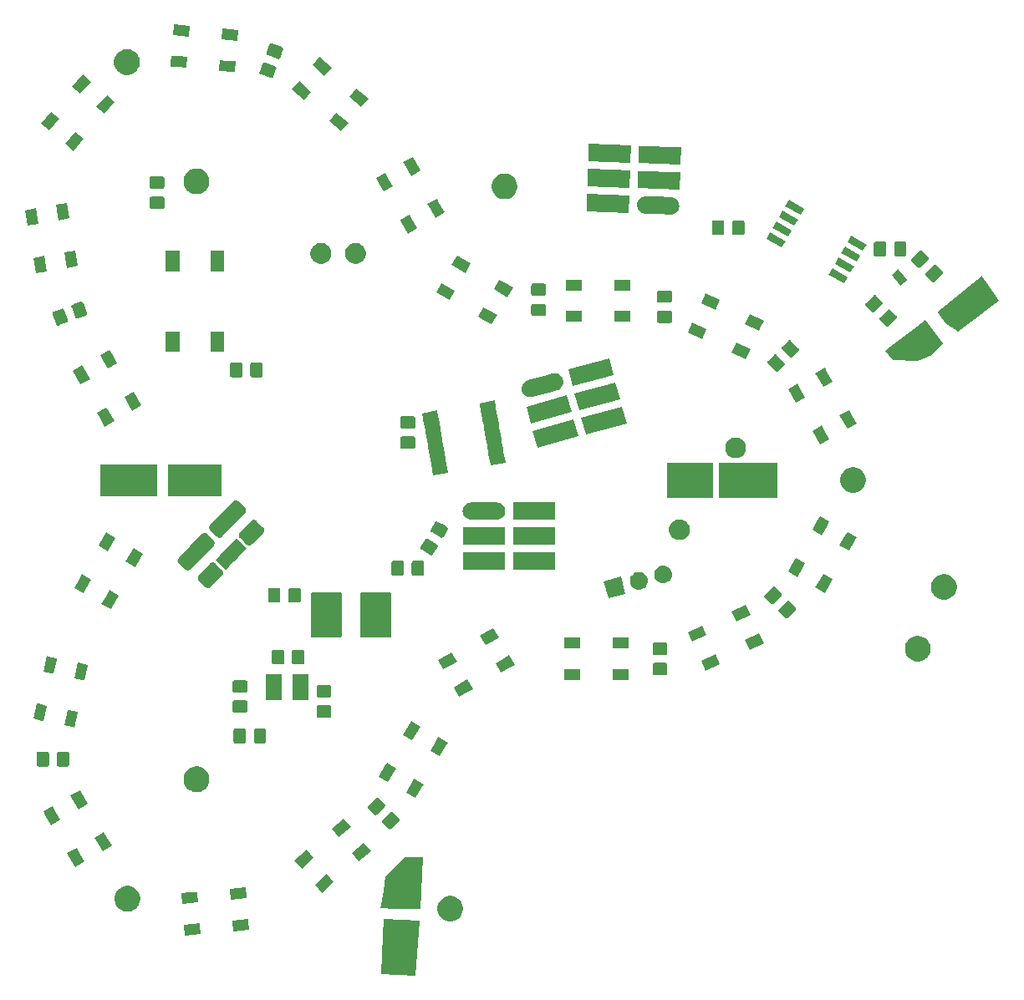
<source format=gbr>
G04 #@! TF.GenerationSoftware,KiCad,Pcbnew,(5.1.4)-1*
G04 #@! TF.CreationDate,2019-12-24T18:48:46-08:00*
G04 #@! TF.ProjectId,tensigral_lamp_hardware,74656e73-6967-4726-916c-5f6c616d705f,rev?*
G04 #@! TF.SameCoordinates,Original*
G04 #@! TF.FileFunction,Soldermask,Top*
G04 #@! TF.FilePolarity,Negative*
%FSLAX46Y46*%
G04 Gerber Fmt 4.6, Leading zero omitted, Abs format (unit mm)*
G04 Created by KiCad (PCBNEW (5.1.4)-1) date 2019-12-24 18:48:46*
%MOMM*%
%LPD*%
G04 APERTURE LIST*
%ADD10C,0.100000*%
G04 APERTURE END LIST*
D10*
G36*
X52806444Y-109800353D02*
G01*
X52806446Y-109800353D01*
X56443869Y-109999664D01*
X56443870Y-109999664D01*
X56450000Y-110000000D01*
X56050000Y-115550000D01*
X52550000Y-115400000D01*
X52725172Y-111476158D01*
X52799726Y-109806132D01*
X52799726Y-109806129D01*
X52800000Y-109800000D01*
X52806444Y-109800353D01*
X52806444Y-109800353D01*
G37*
G36*
X34210917Y-110378352D02*
G01*
X34294747Y-111336535D01*
X32698843Y-111476159D01*
X32602797Y-110378352D01*
X32602797Y-110378351D01*
X33400749Y-110308540D01*
X34198701Y-110238727D01*
X34210917Y-110378352D01*
X34210917Y-110378352D01*
G37*
G36*
X39092271Y-109951289D02*
G01*
X39176101Y-110909472D01*
X37580197Y-111049096D01*
X37484151Y-109951289D01*
X37484151Y-109951288D01*
X38282103Y-109881477D01*
X39080055Y-109811664D01*
X39092271Y-109951289D01*
X39092271Y-109951289D01*
G37*
G36*
X59929393Y-107499304D02*
G01*
X60166101Y-107597352D01*
X60166103Y-107597353D01*
X60379135Y-107739696D01*
X60560304Y-107920865D01*
X60699638Y-108129394D01*
X60702648Y-108133899D01*
X60800696Y-108370607D01*
X60850680Y-108621893D01*
X60850680Y-108878107D01*
X60800696Y-109129393D01*
X60702648Y-109366101D01*
X60702647Y-109366103D01*
X60560304Y-109579135D01*
X60379135Y-109760304D01*
X60166103Y-109902647D01*
X60166102Y-109902648D01*
X60166101Y-109902648D01*
X59929393Y-110000696D01*
X59678107Y-110050680D01*
X59421893Y-110050680D01*
X59170607Y-110000696D01*
X58933899Y-109902648D01*
X58933898Y-109902648D01*
X58933897Y-109902647D01*
X58720865Y-109760304D01*
X58539696Y-109579135D01*
X58397353Y-109366103D01*
X58397352Y-109366101D01*
X58299304Y-109129393D01*
X58249320Y-108878107D01*
X58249320Y-108621893D01*
X58299304Y-108370607D01*
X58397352Y-108133899D01*
X58400362Y-108129394D01*
X58539696Y-107920865D01*
X58720865Y-107739696D01*
X58933897Y-107597353D01*
X58933899Y-107597352D01*
X59170607Y-107499304D01*
X59421893Y-107449320D01*
X59678107Y-107449320D01*
X59929393Y-107499304D01*
X59929393Y-107499304D01*
G37*
G36*
X27229393Y-106499304D02*
G01*
X27466101Y-106597352D01*
X27466103Y-106597353D01*
X27679135Y-106739696D01*
X27860304Y-106920865D01*
X28002647Y-107133897D01*
X28002648Y-107133899D01*
X28100696Y-107370607D01*
X28150680Y-107621893D01*
X28150680Y-107878107D01*
X28100696Y-108129393D01*
X28034860Y-108288335D01*
X28002647Y-108366103D01*
X27860304Y-108579135D01*
X27679135Y-108760304D01*
X27466103Y-108902647D01*
X27466102Y-108902648D01*
X27466101Y-108902648D01*
X27229393Y-109000696D01*
X26978107Y-109050680D01*
X26721893Y-109050680D01*
X26470607Y-109000696D01*
X26233899Y-108902648D01*
X26233898Y-108902648D01*
X26233897Y-108902647D01*
X26020865Y-108760304D01*
X25839696Y-108579135D01*
X25697353Y-108366103D01*
X25665140Y-108288335D01*
X25599304Y-108129393D01*
X25549320Y-107878107D01*
X25549320Y-107621893D01*
X25599304Y-107370607D01*
X25697352Y-107133899D01*
X25697353Y-107133897D01*
X25839696Y-106920865D01*
X26020865Y-106739696D01*
X26233897Y-106597353D01*
X26233899Y-106597352D01*
X26470607Y-106499304D01*
X26721893Y-106449320D01*
X26978107Y-106449320D01*
X27229393Y-106499304D01*
X27229393Y-106499304D01*
G37*
G36*
X56500000Y-108750000D02*
G01*
X54050000Y-108750000D01*
X54048978Y-108749967D01*
X54048976Y-108749967D01*
X52506135Y-108700198D01*
X52506134Y-108700198D01*
X52500000Y-108700000D01*
X52551468Y-108370607D01*
X52777990Y-106920865D01*
X53000000Y-105500000D01*
X55000000Y-103500000D01*
X56750000Y-103500000D01*
X56500000Y-108750000D01*
X56500000Y-108750000D01*
G37*
G36*
X33932019Y-107190529D02*
G01*
X34015849Y-108148712D01*
X32419945Y-108288336D01*
X32323899Y-107190529D01*
X32323899Y-107190528D01*
X33121851Y-107120717D01*
X33919803Y-107050904D01*
X33932019Y-107190529D01*
X33932019Y-107190529D01*
G37*
G36*
X38888476Y-107621894D02*
G01*
X38897203Y-107721649D01*
X38099251Y-107791460D01*
X37301299Y-107861273D01*
X37205253Y-106763466D01*
X37205253Y-106763465D01*
X38801157Y-106623841D01*
X38888476Y-107621894D01*
X38888476Y-107621894D01*
G37*
G36*
X47769429Y-106107719D02*
G01*
X46542225Y-107137464D01*
X45833873Y-106293283D01*
X47061077Y-105263538D01*
X47769429Y-106107719D01*
X47769429Y-106107719D01*
G37*
G36*
X45712509Y-103656377D02*
G01*
X44485305Y-104686122D01*
X43776953Y-103841941D01*
X45004157Y-102812196D01*
X45712509Y-103656377D01*
X45712509Y-103656377D01*
G37*
G36*
X22028413Y-103143623D02*
G01*
X22517039Y-103989948D01*
X22517039Y-103989949D01*
X21562679Y-104540949D01*
X21159107Y-103841941D01*
X20761679Y-103153576D01*
X20761679Y-103153575D01*
X21716039Y-102602575D01*
X22028413Y-103143623D01*
X22028413Y-103143623D01*
G37*
G36*
X51523047Y-102958059D02*
G01*
X50295843Y-103987804D01*
X49587491Y-103143623D01*
X50814695Y-102113878D01*
X51523047Y-102958059D01*
X51523047Y-102958059D01*
G37*
G36*
X24805441Y-101553575D02*
G01*
X25288321Y-102389948D01*
X25288321Y-102389949D01*
X24333961Y-102940949D01*
X23856452Y-102113878D01*
X23532961Y-101553576D01*
X23532961Y-101553575D01*
X24487321Y-101002575D01*
X24805441Y-101553575D01*
X24805441Y-101553575D01*
G37*
G36*
X49466127Y-100506717D02*
G01*
X48238923Y-101536462D01*
X47530571Y-100692281D01*
X48757775Y-99662536D01*
X49466127Y-100506717D01*
X49466127Y-100506717D01*
G37*
G36*
X53652367Y-98939036D02*
G01*
X53690060Y-98950470D01*
X53724796Y-98969037D01*
X53760009Y-98997935D01*
X54351633Y-99589559D01*
X54380531Y-99624772D01*
X54399098Y-99659508D01*
X54410532Y-99697201D01*
X54414392Y-99736396D01*
X54410532Y-99775591D01*
X54399098Y-99813284D01*
X54380531Y-99848020D01*
X54351633Y-99883233D01*
X53583233Y-100651633D01*
X53548020Y-100680531D01*
X53513284Y-100699098D01*
X53475591Y-100710532D01*
X53436396Y-100714392D01*
X53397201Y-100710532D01*
X53359508Y-100699098D01*
X53324772Y-100680531D01*
X53289559Y-100651633D01*
X52697935Y-100060009D01*
X52669037Y-100024796D01*
X52650470Y-99990060D01*
X52639036Y-99952367D01*
X52635176Y-99913172D01*
X52639036Y-99873977D01*
X52650470Y-99836284D01*
X52669037Y-99801548D01*
X52697935Y-99766335D01*
X53466335Y-98997935D01*
X53501548Y-98969037D01*
X53536284Y-98950470D01*
X53573977Y-98939036D01*
X53613172Y-98935176D01*
X53652367Y-98939036D01*
X53652367Y-98939036D01*
G37*
G36*
X19641694Y-99009705D02*
G01*
X20067039Y-99746424D01*
X20067039Y-99746425D01*
X19112679Y-100297425D01*
X18516507Y-99264824D01*
X18311679Y-98910052D01*
X18311679Y-98910051D01*
X19266039Y-98359051D01*
X19641694Y-99009705D01*
X19641694Y-99009705D01*
G37*
G36*
X52202799Y-97489468D02*
G01*
X52240492Y-97500902D01*
X52275228Y-97519469D01*
X52310441Y-97548367D01*
X52902065Y-98139991D01*
X52930963Y-98175204D01*
X52949530Y-98209940D01*
X52960964Y-98247633D01*
X52964824Y-98286828D01*
X52960964Y-98326023D01*
X52949530Y-98363716D01*
X52930963Y-98398452D01*
X52902065Y-98433665D01*
X52133665Y-99202065D01*
X52098452Y-99230963D01*
X52063716Y-99249530D01*
X52026023Y-99260964D01*
X51986828Y-99264824D01*
X51947633Y-99260964D01*
X51909940Y-99249530D01*
X51875204Y-99230963D01*
X51839991Y-99202065D01*
X51248367Y-98610441D01*
X51219469Y-98575228D01*
X51200902Y-98540492D01*
X51189468Y-98502799D01*
X51185608Y-98463604D01*
X51189468Y-98424409D01*
X51200902Y-98386716D01*
X51219469Y-98351980D01*
X51248367Y-98316767D01*
X52016767Y-97548367D01*
X52051980Y-97519469D01*
X52086716Y-97500902D01*
X52124409Y-97489468D01*
X52163604Y-97485608D01*
X52202799Y-97489468D01*
X52202799Y-97489468D01*
G37*
G36*
X22147958Y-96950680D02*
G01*
X22838321Y-98146424D01*
X22838321Y-98146425D01*
X21883961Y-98697425D01*
X21483461Y-98003738D01*
X21082961Y-97310052D01*
X21082961Y-97310051D01*
X22037321Y-96759051D01*
X22147958Y-96950680D01*
X22147958Y-96950680D01*
G37*
G36*
X56838321Y-96153575D02*
G01*
X56838321Y-96153576D01*
X56773353Y-96266103D01*
X56037321Y-97540949D01*
X55082961Y-96989949D01*
X55082961Y-96989948D01*
X55688601Y-95940949D01*
X55883961Y-95602575D01*
X56838321Y-96153575D01*
X56838321Y-96153575D01*
G37*
G36*
X34229393Y-94399304D02*
G01*
X34466101Y-94497352D01*
X34466103Y-94497353D01*
X34679135Y-94639696D01*
X34860304Y-94820865D01*
X35002647Y-95033897D01*
X35002648Y-95033899D01*
X35100696Y-95270607D01*
X35150680Y-95521893D01*
X35150680Y-95778107D01*
X35100696Y-96029393D01*
X35002648Y-96266101D01*
X35002647Y-96266103D01*
X34860304Y-96479135D01*
X34679135Y-96660304D01*
X34466103Y-96802647D01*
X34466102Y-96802648D01*
X34466101Y-96802648D01*
X34229393Y-96900696D01*
X33978107Y-96950680D01*
X33721893Y-96950680D01*
X33470607Y-96900696D01*
X33233899Y-96802648D01*
X33233898Y-96802648D01*
X33233897Y-96802647D01*
X33020865Y-96660304D01*
X32839696Y-96479135D01*
X32697353Y-96266103D01*
X32697352Y-96266101D01*
X32599304Y-96029393D01*
X32549320Y-95778107D01*
X32549320Y-95521893D01*
X32599304Y-95270607D01*
X32697352Y-95033899D01*
X32697353Y-95033897D01*
X32839696Y-94820865D01*
X33020865Y-94639696D01*
X33233897Y-94497353D01*
X33233899Y-94497352D01*
X33470607Y-94399304D01*
X33721893Y-94349320D01*
X33978107Y-94349320D01*
X34229393Y-94399304D01*
X34229393Y-94399304D01*
G37*
G36*
X54067039Y-94553575D02*
G01*
X54067039Y-94553576D01*
X53912719Y-94820866D01*
X53266039Y-95940949D01*
X52311679Y-95389949D01*
X52311679Y-95389948D01*
X52914094Y-94346535D01*
X53112679Y-94002575D01*
X54067039Y-94553575D01*
X54067039Y-94553575D01*
G37*
G36*
X20788674Y-92853465D02*
G01*
X20826367Y-92864899D01*
X20861103Y-92883466D01*
X20891548Y-92908452D01*
X20916534Y-92938897D01*
X20935101Y-92973633D01*
X20946535Y-93011326D01*
X20951000Y-93056661D01*
X20951000Y-94143339D01*
X20946535Y-94188674D01*
X20935101Y-94226367D01*
X20916534Y-94261103D01*
X20891548Y-94291548D01*
X20861103Y-94316534D01*
X20826367Y-94335101D01*
X20788674Y-94346535D01*
X20743339Y-94351000D01*
X19906661Y-94351000D01*
X19861326Y-94346535D01*
X19823633Y-94335101D01*
X19788897Y-94316534D01*
X19758452Y-94291548D01*
X19733466Y-94261103D01*
X19714899Y-94226367D01*
X19703465Y-94188674D01*
X19699000Y-94143339D01*
X19699000Y-93056661D01*
X19703465Y-93011326D01*
X19714899Y-92973633D01*
X19733466Y-92938897D01*
X19758452Y-92908452D01*
X19788897Y-92883466D01*
X19823633Y-92864899D01*
X19861326Y-92853465D01*
X19906661Y-92849000D01*
X20743339Y-92849000D01*
X20788674Y-92853465D01*
X20788674Y-92853465D01*
G37*
G36*
X18738674Y-92853465D02*
G01*
X18776367Y-92864899D01*
X18811103Y-92883466D01*
X18841548Y-92908452D01*
X18866534Y-92938897D01*
X18885101Y-92973633D01*
X18896535Y-93011326D01*
X18901000Y-93056661D01*
X18901000Y-94143339D01*
X18896535Y-94188674D01*
X18885101Y-94226367D01*
X18866534Y-94261103D01*
X18841548Y-94291548D01*
X18811103Y-94316534D01*
X18776367Y-94335101D01*
X18738674Y-94346535D01*
X18693339Y-94351000D01*
X17856661Y-94351000D01*
X17811326Y-94346535D01*
X17773633Y-94335101D01*
X17738897Y-94316534D01*
X17708452Y-94291548D01*
X17683466Y-94261103D01*
X17664899Y-94226367D01*
X17653465Y-94188674D01*
X17649000Y-94143339D01*
X17649000Y-93056661D01*
X17653465Y-93011326D01*
X17664899Y-92973633D01*
X17683466Y-92938897D01*
X17708452Y-92908452D01*
X17738897Y-92883466D01*
X17773633Y-92864899D01*
X17811326Y-92853465D01*
X17856661Y-92849000D01*
X18693339Y-92849000D01*
X18738674Y-92853465D01*
X18738674Y-92853465D01*
G37*
G36*
X59288321Y-91910051D02*
G01*
X59288321Y-91910052D01*
X59235812Y-92001000D01*
X58487321Y-93297425D01*
X57532961Y-92746425D01*
X57532961Y-92746424D01*
X57965910Y-91996535D01*
X58333961Y-91359051D01*
X59288321Y-91910051D01*
X59288321Y-91910051D01*
G37*
G36*
X38688674Y-90503465D02*
G01*
X38726367Y-90514899D01*
X38761103Y-90533466D01*
X38791548Y-90558452D01*
X38816534Y-90588897D01*
X38835101Y-90623633D01*
X38846535Y-90661326D01*
X38851000Y-90706661D01*
X38851000Y-91793339D01*
X38846535Y-91838674D01*
X38835101Y-91876367D01*
X38816534Y-91911103D01*
X38791548Y-91941548D01*
X38761103Y-91966534D01*
X38726367Y-91985101D01*
X38688674Y-91996535D01*
X38643339Y-92001000D01*
X37806661Y-92001000D01*
X37761326Y-91996535D01*
X37723633Y-91985101D01*
X37688897Y-91966534D01*
X37658452Y-91941548D01*
X37633466Y-91911103D01*
X37614899Y-91876367D01*
X37603465Y-91838674D01*
X37599000Y-91793339D01*
X37599000Y-90706661D01*
X37603465Y-90661326D01*
X37614899Y-90623633D01*
X37633466Y-90588897D01*
X37658452Y-90558452D01*
X37688897Y-90533466D01*
X37723633Y-90514899D01*
X37761326Y-90503465D01*
X37806661Y-90499000D01*
X38643339Y-90499000D01*
X38688674Y-90503465D01*
X38688674Y-90503465D01*
G37*
G36*
X40738674Y-90503465D02*
G01*
X40776367Y-90514899D01*
X40811103Y-90533466D01*
X40841548Y-90558452D01*
X40866534Y-90588897D01*
X40885101Y-90623633D01*
X40896535Y-90661326D01*
X40901000Y-90706661D01*
X40901000Y-91793339D01*
X40896535Y-91838674D01*
X40885101Y-91876367D01*
X40866534Y-91911103D01*
X40841548Y-91941548D01*
X40811103Y-91966534D01*
X40776367Y-91985101D01*
X40738674Y-91996535D01*
X40693339Y-92001000D01*
X39856661Y-92001000D01*
X39811326Y-91996535D01*
X39773633Y-91985101D01*
X39738897Y-91966534D01*
X39708452Y-91941548D01*
X39683466Y-91911103D01*
X39664899Y-91876367D01*
X39653465Y-91838674D01*
X39649000Y-91793339D01*
X39649000Y-90706661D01*
X39653465Y-90661326D01*
X39664899Y-90623633D01*
X39683466Y-90588897D01*
X39708452Y-90558452D01*
X39738897Y-90533466D01*
X39773633Y-90514899D01*
X39811326Y-90503465D01*
X39856661Y-90499000D01*
X40693339Y-90499000D01*
X40738674Y-90503465D01*
X40738674Y-90503465D01*
G37*
G36*
X56517039Y-90310051D02*
G01*
X56517039Y-90310052D01*
X56116539Y-91003738D01*
X55716039Y-91697425D01*
X54761679Y-91146425D01*
X54761679Y-91146424D01*
X55244559Y-90310051D01*
X55562679Y-89759051D01*
X56517039Y-90310051D01*
X56517039Y-90310051D01*
G37*
G36*
X20856799Y-88628827D02*
G01*
X21851150Y-88840182D01*
X21851150Y-88840183D01*
X21839172Y-88896535D01*
X21518076Y-90407176D01*
X21518075Y-90407176D01*
X21329121Y-90367012D01*
X20440156Y-90178058D01*
X20773230Y-88611064D01*
X20773231Y-88611064D01*
X20856799Y-88628827D01*
X20856799Y-88628827D01*
G37*
G36*
X17832112Y-87985911D02*
G01*
X18721077Y-88174865D01*
X18721077Y-88174866D01*
X18690862Y-88317017D01*
X18388003Y-89741859D01*
X18388002Y-89741859D01*
X18199048Y-89701695D01*
X17310083Y-89512741D01*
X17643157Y-87945747D01*
X17643158Y-87945747D01*
X17832112Y-87985911D01*
X17832112Y-87985911D01*
G37*
G36*
X47338674Y-88153465D02*
G01*
X47376367Y-88164899D01*
X47411103Y-88183466D01*
X47441548Y-88208452D01*
X47466534Y-88238897D01*
X47485101Y-88273633D01*
X47496535Y-88311326D01*
X47501000Y-88356661D01*
X47501000Y-89193339D01*
X47496535Y-89238674D01*
X47485101Y-89276367D01*
X47466534Y-89311103D01*
X47441548Y-89341548D01*
X47411103Y-89366534D01*
X47376367Y-89385101D01*
X47338674Y-89396535D01*
X47293339Y-89401000D01*
X46206661Y-89401000D01*
X46161326Y-89396535D01*
X46123633Y-89385101D01*
X46088897Y-89366534D01*
X46058452Y-89341548D01*
X46033466Y-89311103D01*
X46014899Y-89276367D01*
X46003465Y-89238674D01*
X45999000Y-89193339D01*
X45999000Y-88356661D01*
X46003465Y-88311326D01*
X46014899Y-88273633D01*
X46033466Y-88238897D01*
X46058452Y-88208452D01*
X46088897Y-88183466D01*
X46123633Y-88164899D01*
X46161326Y-88153465D01*
X46206661Y-88149000D01*
X47293339Y-88149000D01*
X47338674Y-88153465D01*
X47338674Y-88153465D01*
G37*
G36*
X38838674Y-87653465D02*
G01*
X38876367Y-87664899D01*
X38911103Y-87683466D01*
X38941548Y-87708452D01*
X38966534Y-87738897D01*
X38985101Y-87773633D01*
X38996535Y-87811326D01*
X39001000Y-87856661D01*
X39001000Y-88693339D01*
X38996535Y-88738674D01*
X38985101Y-88776367D01*
X38966534Y-88811103D01*
X38941548Y-88841548D01*
X38911103Y-88866534D01*
X38876367Y-88885101D01*
X38838674Y-88896535D01*
X38793339Y-88901000D01*
X37706661Y-88901000D01*
X37661326Y-88896535D01*
X37623633Y-88885101D01*
X37588897Y-88866534D01*
X37558452Y-88841548D01*
X37533466Y-88811103D01*
X37514899Y-88776367D01*
X37503465Y-88738674D01*
X37499000Y-88693339D01*
X37499000Y-87856661D01*
X37503465Y-87811326D01*
X37514899Y-87773633D01*
X37533466Y-87738897D01*
X37558452Y-87708452D01*
X37588897Y-87683466D01*
X37623633Y-87664899D01*
X37661326Y-87653465D01*
X37706661Y-87649000D01*
X38793339Y-87649000D01*
X38838674Y-87653465D01*
X38838674Y-87653465D01*
G37*
G36*
X45201000Y-87636000D02*
G01*
X43539000Y-87636000D01*
X43539000Y-84984000D01*
X45201000Y-84984000D01*
X45201000Y-87636000D01*
X45201000Y-87636000D01*
G37*
G36*
X42501000Y-87636000D02*
G01*
X40839000Y-87636000D01*
X40839000Y-84984000D01*
X42501000Y-84984000D01*
X42501000Y-87636000D01*
X42501000Y-87636000D01*
G37*
G36*
X47338674Y-86103465D02*
G01*
X47376367Y-86114899D01*
X47411103Y-86133466D01*
X47441548Y-86158452D01*
X47466534Y-86188897D01*
X47485101Y-86223633D01*
X47496535Y-86261326D01*
X47501000Y-86306661D01*
X47501000Y-87143339D01*
X47496535Y-87188674D01*
X47485101Y-87226367D01*
X47466534Y-87261103D01*
X47441548Y-87291548D01*
X47411103Y-87316534D01*
X47376367Y-87335101D01*
X47338674Y-87346535D01*
X47293339Y-87351000D01*
X46206661Y-87351000D01*
X46161326Y-87346535D01*
X46123633Y-87335101D01*
X46088897Y-87316534D01*
X46058452Y-87291548D01*
X46033466Y-87261103D01*
X46014899Y-87226367D01*
X46003465Y-87188674D01*
X45999000Y-87143339D01*
X45999000Y-86306661D01*
X46003465Y-86261326D01*
X46014899Y-86223633D01*
X46033466Y-86188897D01*
X46058452Y-86158452D01*
X46088897Y-86133466D01*
X46123633Y-86114899D01*
X46161326Y-86103465D01*
X46206661Y-86099000D01*
X47293339Y-86099000D01*
X47338674Y-86103465D01*
X47338674Y-86103465D01*
G37*
G36*
X61847425Y-86487321D02*
G01*
X61217514Y-86851000D01*
X60460052Y-87288321D01*
X60460051Y-87288321D01*
X59909051Y-86333961D01*
X60710624Y-85871173D01*
X61296424Y-85532961D01*
X61296425Y-85532961D01*
X61847425Y-86487321D01*
X61847425Y-86487321D01*
G37*
G36*
X38838674Y-85603465D02*
G01*
X38876367Y-85614899D01*
X38911103Y-85633466D01*
X38941548Y-85658452D01*
X38966534Y-85688897D01*
X38985101Y-85723633D01*
X38996535Y-85761326D01*
X39001000Y-85806661D01*
X39001000Y-86643339D01*
X38996535Y-86688674D01*
X38985101Y-86726367D01*
X38966534Y-86761103D01*
X38941548Y-86791548D01*
X38911103Y-86816534D01*
X38876367Y-86835101D01*
X38838674Y-86846535D01*
X38793339Y-86851000D01*
X37706661Y-86851000D01*
X37661326Y-86846535D01*
X37623633Y-86835101D01*
X37588897Y-86816534D01*
X37558452Y-86791548D01*
X37533466Y-86761103D01*
X37514899Y-86726367D01*
X37503465Y-86688674D01*
X37499000Y-86643339D01*
X37499000Y-85806661D01*
X37503465Y-85761326D01*
X37514899Y-85723633D01*
X37533466Y-85688897D01*
X37558452Y-85658452D01*
X37588897Y-85633466D01*
X37623633Y-85614899D01*
X37661326Y-85603465D01*
X37706661Y-85599000D01*
X38793339Y-85599000D01*
X38838674Y-85603465D01*
X38838674Y-85603465D01*
G37*
G36*
X21888598Y-83838674D02*
G01*
X22869917Y-84047259D01*
X22869917Y-84047260D01*
X22854206Y-84121173D01*
X22536843Y-85614253D01*
X22536842Y-85614253D01*
X22239260Y-85551000D01*
X21458923Y-85385135D01*
X21791997Y-83818141D01*
X21791998Y-83818141D01*
X21888598Y-83838674D01*
X21888598Y-83838674D01*
G37*
G36*
X72701000Y-85551000D02*
G01*
X71099000Y-85551000D01*
X71099000Y-84449000D01*
X72701000Y-84449000D01*
X72701000Y-85551000D01*
X72701000Y-85551000D01*
G37*
G36*
X77601000Y-85551000D02*
G01*
X75999000Y-85551000D01*
X75999000Y-84449000D01*
X77601000Y-84449000D01*
X77601000Y-85551000D01*
X77601000Y-85551000D01*
G37*
G36*
X81388674Y-83853465D02*
G01*
X81426367Y-83864899D01*
X81461103Y-83883466D01*
X81491548Y-83908452D01*
X81516534Y-83938897D01*
X81535101Y-83973633D01*
X81546535Y-84011326D01*
X81551000Y-84056661D01*
X81551000Y-84893339D01*
X81546535Y-84938674D01*
X81535101Y-84976367D01*
X81516534Y-85011103D01*
X81491548Y-85041548D01*
X81461103Y-85066534D01*
X81426367Y-85085101D01*
X81388674Y-85096535D01*
X81343339Y-85101000D01*
X80256661Y-85101000D01*
X80211326Y-85096535D01*
X80173633Y-85085101D01*
X80138897Y-85066534D01*
X80108452Y-85041548D01*
X80083466Y-85011103D01*
X80064899Y-84976367D01*
X80053465Y-84938674D01*
X80049000Y-84893339D01*
X80049000Y-84056661D01*
X80053465Y-84011326D01*
X80064899Y-83973633D01*
X80083466Y-83938897D01*
X80108452Y-83908452D01*
X80138897Y-83883466D01*
X80173633Y-83864899D01*
X80211326Y-83853465D01*
X80256661Y-83849000D01*
X81343339Y-83849000D01*
X81388674Y-83853465D01*
X81388674Y-83853465D01*
G37*
G36*
X18850879Y-83192988D02*
G01*
X19739844Y-83381942D01*
X19739844Y-83381943D01*
X19703560Y-83552647D01*
X19406770Y-84948936D01*
X19406769Y-84948936D01*
X19091507Y-84881925D01*
X18328850Y-84719818D01*
X18661924Y-83152824D01*
X18661925Y-83152824D01*
X18850879Y-83192988D01*
X18850879Y-83192988D01*
G37*
G36*
X66090949Y-84037321D02*
G01*
X65397262Y-84437821D01*
X64703576Y-84838321D01*
X64703575Y-84838321D01*
X64152575Y-83883961D01*
X65022098Y-83381942D01*
X65539948Y-83082961D01*
X65539949Y-83082961D01*
X66090949Y-84037321D01*
X66090949Y-84037321D01*
G37*
G36*
X86864550Y-83946365D02*
G01*
X85412645Y-84623400D01*
X84946920Y-83624649D01*
X86398825Y-82947614D01*
X86864550Y-83946365D01*
X86864550Y-83946365D01*
G37*
G36*
X60247425Y-83716039D02*
G01*
X59673733Y-84047260D01*
X58860052Y-84517039D01*
X58860051Y-84517039D01*
X58309051Y-83562679D01*
X59204364Y-83045770D01*
X59696424Y-82761679D01*
X59696425Y-82761679D01*
X60247425Y-83716039D01*
X60247425Y-83716039D01*
G37*
G36*
X44618674Y-82503465D02*
G01*
X44656367Y-82514899D01*
X44691103Y-82533466D01*
X44721548Y-82558452D01*
X44746534Y-82588897D01*
X44765101Y-82623633D01*
X44776535Y-82661326D01*
X44781000Y-82706661D01*
X44781000Y-83793339D01*
X44776535Y-83838674D01*
X44765101Y-83876367D01*
X44746534Y-83911103D01*
X44721548Y-83941548D01*
X44691103Y-83966534D01*
X44656367Y-83985101D01*
X44618674Y-83996535D01*
X44573339Y-84001000D01*
X43736661Y-84001000D01*
X43691326Y-83996535D01*
X43653633Y-83985101D01*
X43618897Y-83966534D01*
X43588452Y-83941548D01*
X43563466Y-83911103D01*
X43544899Y-83876367D01*
X43533465Y-83838674D01*
X43529000Y-83793339D01*
X43529000Y-82706661D01*
X43533465Y-82661326D01*
X43544899Y-82623633D01*
X43563466Y-82588897D01*
X43588452Y-82558452D01*
X43618897Y-82533466D01*
X43653633Y-82514899D01*
X43691326Y-82503465D01*
X43736661Y-82499000D01*
X44573339Y-82499000D01*
X44618674Y-82503465D01*
X44618674Y-82503465D01*
G37*
G36*
X42568674Y-82503465D02*
G01*
X42606367Y-82514899D01*
X42641103Y-82533466D01*
X42671548Y-82558452D01*
X42696534Y-82588897D01*
X42715101Y-82623633D01*
X42726535Y-82661326D01*
X42731000Y-82706661D01*
X42731000Y-83793339D01*
X42726535Y-83838674D01*
X42715101Y-83876367D01*
X42696534Y-83911103D01*
X42671548Y-83941548D01*
X42641103Y-83966534D01*
X42606367Y-83985101D01*
X42568674Y-83996535D01*
X42523339Y-84001000D01*
X41686661Y-84001000D01*
X41641326Y-83996535D01*
X41603633Y-83985101D01*
X41568897Y-83966534D01*
X41538452Y-83941548D01*
X41513466Y-83911103D01*
X41494899Y-83876367D01*
X41483465Y-83838674D01*
X41479000Y-83793339D01*
X41479000Y-82706661D01*
X41483465Y-82661326D01*
X41494899Y-82623633D01*
X41513466Y-82588897D01*
X41538452Y-82558452D01*
X41568897Y-82533466D01*
X41603633Y-82514899D01*
X41641326Y-82503465D01*
X41686661Y-82499000D01*
X42523339Y-82499000D01*
X42568674Y-82503465D01*
X42568674Y-82503465D01*
G37*
G36*
X107279393Y-81149304D02*
G01*
X107480117Y-81232447D01*
X107516103Y-81247353D01*
X107729135Y-81389696D01*
X107910304Y-81570865D01*
X108052647Y-81783897D01*
X108052648Y-81783899D01*
X108150696Y-82020607D01*
X108200680Y-82271893D01*
X108200680Y-82528107D01*
X108150696Y-82779393D01*
X108062818Y-82991548D01*
X108052647Y-83016103D01*
X107910304Y-83229135D01*
X107729135Y-83410304D01*
X107516103Y-83552647D01*
X107516102Y-83552648D01*
X107516101Y-83552648D01*
X107279393Y-83650696D01*
X107028107Y-83700680D01*
X106771893Y-83700680D01*
X106520607Y-83650696D01*
X106283899Y-83552648D01*
X106283898Y-83552648D01*
X106283897Y-83552647D01*
X106070865Y-83410304D01*
X105889696Y-83229135D01*
X105747353Y-83016103D01*
X105737182Y-82991548D01*
X105649304Y-82779393D01*
X105599320Y-82528107D01*
X105599320Y-82271893D01*
X105649304Y-82020607D01*
X105747352Y-81783899D01*
X105747353Y-81783897D01*
X105889696Y-81570865D01*
X106070865Y-81389696D01*
X106283897Y-81247353D01*
X106319883Y-81232447D01*
X106520607Y-81149304D01*
X106771893Y-81099320D01*
X107028107Y-81099320D01*
X107279393Y-81149304D01*
X107279393Y-81149304D01*
G37*
G36*
X81388674Y-81803465D02*
G01*
X81426367Y-81814899D01*
X81461103Y-81833466D01*
X81491548Y-81858452D01*
X81516534Y-81888897D01*
X81535101Y-81923633D01*
X81546535Y-81961326D01*
X81551000Y-82006661D01*
X81551000Y-82843339D01*
X81546535Y-82888674D01*
X81535101Y-82926367D01*
X81516534Y-82961103D01*
X81491548Y-82991548D01*
X81461103Y-83016534D01*
X81426367Y-83035101D01*
X81388674Y-83046535D01*
X81343339Y-83051000D01*
X80256661Y-83051000D01*
X80211326Y-83046535D01*
X80173633Y-83035101D01*
X80138897Y-83016534D01*
X80108452Y-82991548D01*
X80083466Y-82961103D01*
X80064899Y-82926367D01*
X80053465Y-82888674D01*
X80049000Y-82843339D01*
X80049000Y-82006661D01*
X80053465Y-81961326D01*
X80064899Y-81923633D01*
X80083466Y-81888897D01*
X80108452Y-81858452D01*
X80138897Y-81833466D01*
X80173633Y-81814899D01*
X80211326Y-81803465D01*
X80256661Y-81799000D01*
X81343339Y-81799000D01*
X81388674Y-81803465D01*
X81388674Y-81803465D01*
G37*
G36*
X91305458Y-81875536D02*
G01*
X89853553Y-82552571D01*
X89387828Y-81553820D01*
X90839733Y-80876785D01*
X91305458Y-81875536D01*
X91305458Y-81875536D01*
G37*
G36*
X77601000Y-82351000D02*
G01*
X75999000Y-82351000D01*
X75999000Y-81249000D01*
X77601000Y-81249000D01*
X77601000Y-82351000D01*
X77601000Y-82351000D01*
G37*
G36*
X72701000Y-82351000D02*
G01*
X71099000Y-82351000D01*
X71099000Y-81249000D01*
X72701000Y-81249000D01*
X72701000Y-82351000D01*
X72701000Y-82351000D01*
G37*
G36*
X64490949Y-81266039D02*
G01*
X63797262Y-81666539D01*
X63103576Y-82067039D01*
X63103575Y-82067039D01*
X62552575Y-81112679D01*
X63246262Y-80712179D01*
X63939948Y-80311679D01*
X63939949Y-80311679D01*
X64490949Y-81266039D01*
X64490949Y-81266039D01*
G37*
G36*
X85512172Y-81046180D02*
G01*
X84060267Y-81723215D01*
X83594542Y-80724464D01*
X85046447Y-80047429D01*
X85512172Y-81046180D01*
X85512172Y-81046180D01*
G37*
G36*
X53451850Y-76727554D02*
G01*
X53480647Y-76736290D01*
X53507179Y-76750471D01*
X53530439Y-76769561D01*
X53549529Y-76792821D01*
X53563710Y-76819353D01*
X53572446Y-76848150D01*
X53576000Y-76884233D01*
X53576000Y-81115767D01*
X53572446Y-81151850D01*
X53563710Y-81180647D01*
X53549529Y-81207179D01*
X53530439Y-81230439D01*
X53507179Y-81249529D01*
X53480647Y-81263710D01*
X53451850Y-81272446D01*
X53415767Y-81276000D01*
X50609233Y-81276000D01*
X50573150Y-81272446D01*
X50544353Y-81263710D01*
X50517821Y-81249529D01*
X50494561Y-81230439D01*
X50475471Y-81207179D01*
X50461290Y-81180647D01*
X50452554Y-81151850D01*
X50449000Y-81115767D01*
X50449000Y-76884233D01*
X50452554Y-76848150D01*
X50461290Y-76819353D01*
X50475471Y-76792821D01*
X50494561Y-76769561D01*
X50517821Y-76750471D01*
X50544353Y-76736290D01*
X50573150Y-76727554D01*
X50609233Y-76724000D01*
X53415767Y-76724000D01*
X53451850Y-76727554D01*
X53451850Y-76727554D01*
G37*
G36*
X48426850Y-76727554D02*
G01*
X48455647Y-76736290D01*
X48482179Y-76750471D01*
X48505439Y-76769561D01*
X48524529Y-76792821D01*
X48538710Y-76819353D01*
X48547446Y-76848150D01*
X48551000Y-76884233D01*
X48551000Y-81115767D01*
X48547446Y-81151850D01*
X48538710Y-81180647D01*
X48524529Y-81207179D01*
X48505439Y-81230439D01*
X48482179Y-81249529D01*
X48455647Y-81263710D01*
X48426850Y-81272446D01*
X48390767Y-81276000D01*
X45584233Y-81276000D01*
X45548150Y-81272446D01*
X45519353Y-81263710D01*
X45492821Y-81249529D01*
X45469561Y-81230439D01*
X45450471Y-81207179D01*
X45436290Y-81180647D01*
X45427554Y-81151850D01*
X45424000Y-81115767D01*
X45424000Y-76884233D01*
X45427554Y-76848150D01*
X45436290Y-76819353D01*
X45450471Y-76792821D01*
X45469561Y-76769561D01*
X45492821Y-76750471D01*
X45519353Y-76736290D01*
X45548150Y-76727554D01*
X45584233Y-76724000D01*
X48390767Y-76724000D01*
X48426850Y-76727554D01*
X48426850Y-76727554D01*
G37*
G36*
X89953080Y-78975351D02*
G01*
X88501175Y-79652386D01*
X88035450Y-78653635D01*
X89487355Y-77976600D01*
X89953080Y-78975351D01*
X89953080Y-78975351D01*
G37*
G36*
X93827151Y-77563820D02*
G01*
X93864844Y-77575254D01*
X93899580Y-77593821D01*
X93934793Y-77622719D01*
X94526417Y-78214343D01*
X94555315Y-78249556D01*
X94573882Y-78284292D01*
X94585316Y-78321985D01*
X94589176Y-78361180D01*
X94585316Y-78400375D01*
X94573882Y-78438068D01*
X94555315Y-78472804D01*
X94526417Y-78508017D01*
X93758017Y-79276417D01*
X93722804Y-79305315D01*
X93688068Y-79323882D01*
X93650375Y-79335316D01*
X93611180Y-79339176D01*
X93571985Y-79335316D01*
X93534292Y-79323882D01*
X93499556Y-79305315D01*
X93464343Y-79276417D01*
X92872719Y-78684793D01*
X92843821Y-78649580D01*
X92825254Y-78614844D01*
X92813820Y-78577151D01*
X92809960Y-78537956D01*
X92813820Y-78498761D01*
X92825254Y-78461068D01*
X92843821Y-78426332D01*
X92872719Y-78391119D01*
X93641119Y-77622719D01*
X93676332Y-77593821D01*
X93711068Y-77575254D01*
X93748761Y-77563820D01*
X93787956Y-77559960D01*
X93827151Y-77563820D01*
X93827151Y-77563820D01*
G37*
G36*
X25988321Y-77003575D02*
G01*
X25988321Y-77003576D01*
X25650514Y-77588674D01*
X25187321Y-78390949D01*
X24232961Y-77839949D01*
X24232961Y-77839948D01*
X24666875Y-77088388D01*
X25033961Y-76452575D01*
X25988321Y-77003575D01*
X25988321Y-77003575D01*
G37*
G36*
X92377583Y-76114252D02*
G01*
X92415276Y-76125686D01*
X92450012Y-76144253D01*
X92485225Y-76173151D01*
X93076849Y-76764775D01*
X93105747Y-76799988D01*
X93124314Y-76834724D01*
X93135748Y-76872417D01*
X93139608Y-76911612D01*
X93135748Y-76950807D01*
X93124314Y-76988500D01*
X93105747Y-77023236D01*
X93076849Y-77058449D01*
X92308449Y-77826849D01*
X92273236Y-77855747D01*
X92238500Y-77874314D01*
X92200807Y-77885748D01*
X92161612Y-77889608D01*
X92122417Y-77885748D01*
X92084724Y-77874314D01*
X92049988Y-77855747D01*
X92014775Y-77826849D01*
X91423151Y-77235225D01*
X91394253Y-77200012D01*
X91375686Y-77165276D01*
X91364252Y-77127583D01*
X91360392Y-77088388D01*
X91364252Y-77049193D01*
X91375686Y-77011500D01*
X91394253Y-76976764D01*
X91423151Y-76941551D01*
X92191551Y-76173151D01*
X92226764Y-76144253D01*
X92261500Y-76125686D01*
X92299193Y-76114252D01*
X92338388Y-76110392D01*
X92377583Y-76114252D01*
X92377583Y-76114252D01*
G37*
G36*
X42188674Y-76253465D02*
G01*
X42226367Y-76264899D01*
X42261103Y-76283466D01*
X42291548Y-76308452D01*
X42316534Y-76338897D01*
X42335101Y-76373633D01*
X42346535Y-76411326D01*
X42351000Y-76456661D01*
X42351000Y-77543339D01*
X42346535Y-77588674D01*
X42335101Y-77626367D01*
X42316534Y-77661103D01*
X42291548Y-77691548D01*
X42261103Y-77716534D01*
X42226367Y-77735101D01*
X42188674Y-77746535D01*
X42143339Y-77751000D01*
X41306661Y-77751000D01*
X41261326Y-77746535D01*
X41223633Y-77735101D01*
X41188897Y-77716534D01*
X41158452Y-77691548D01*
X41133466Y-77661103D01*
X41114899Y-77626367D01*
X41103465Y-77588674D01*
X41099000Y-77543339D01*
X41099000Y-76456661D01*
X41103465Y-76411326D01*
X41114899Y-76373633D01*
X41133466Y-76338897D01*
X41158452Y-76308452D01*
X41188897Y-76283466D01*
X41223633Y-76264899D01*
X41261326Y-76253465D01*
X41306661Y-76249000D01*
X42143339Y-76249000D01*
X42188674Y-76253465D01*
X42188674Y-76253465D01*
G37*
G36*
X44238674Y-76253465D02*
G01*
X44276367Y-76264899D01*
X44311103Y-76283466D01*
X44341548Y-76308452D01*
X44366534Y-76338897D01*
X44385101Y-76373633D01*
X44396535Y-76411326D01*
X44401000Y-76456661D01*
X44401000Y-77543339D01*
X44396535Y-77588674D01*
X44385101Y-77626367D01*
X44366534Y-77661103D01*
X44341548Y-77691548D01*
X44311103Y-77716534D01*
X44276367Y-77735101D01*
X44238674Y-77746535D01*
X44193339Y-77751000D01*
X43356661Y-77751000D01*
X43311326Y-77746535D01*
X43273633Y-77735101D01*
X43238897Y-77716534D01*
X43208452Y-77691548D01*
X43183466Y-77661103D01*
X43164899Y-77626367D01*
X43153465Y-77588674D01*
X43149000Y-77543339D01*
X43149000Y-76456661D01*
X43153465Y-76411326D01*
X43164899Y-76373633D01*
X43183466Y-76338897D01*
X43208452Y-76308452D01*
X43238897Y-76283466D01*
X43273633Y-76264899D01*
X43311326Y-76253465D01*
X43356661Y-76249000D01*
X44193339Y-76249000D01*
X44238674Y-76253465D01*
X44238674Y-76253465D01*
G37*
G36*
X109929393Y-74899304D02*
G01*
X110166101Y-74997352D01*
X110166103Y-74997353D01*
X110379135Y-75139696D01*
X110560304Y-75320865D01*
X110696959Y-75525385D01*
X110702648Y-75533899D01*
X110800696Y-75770607D01*
X110850680Y-76021893D01*
X110850680Y-76278107D01*
X110800696Y-76529393D01*
X110722093Y-76719157D01*
X110702647Y-76766103D01*
X110560304Y-76979135D01*
X110379135Y-77160304D01*
X110166103Y-77302647D01*
X110166102Y-77302648D01*
X110166101Y-77302648D01*
X109929393Y-77400696D01*
X109678107Y-77450680D01*
X109421893Y-77450680D01*
X109170607Y-77400696D01*
X108933899Y-77302648D01*
X108933898Y-77302648D01*
X108933897Y-77302647D01*
X108720865Y-77160304D01*
X108539696Y-76979135D01*
X108397353Y-76766103D01*
X108377907Y-76719157D01*
X108299304Y-76529393D01*
X108249320Y-76278107D01*
X108249320Y-76021893D01*
X108299304Y-75770607D01*
X108397352Y-75533899D01*
X108403041Y-75525385D01*
X108539696Y-75320865D01*
X108720865Y-75139696D01*
X108933897Y-74997353D01*
X108933899Y-74997352D01*
X109170607Y-74899304D01*
X109421893Y-74849320D01*
X109678107Y-74849320D01*
X109929393Y-74899304D01*
X109929393Y-74899304D01*
G37*
G36*
X77303495Y-76837103D02*
G01*
X75562897Y-77303495D01*
X75096505Y-75562897D01*
X76837103Y-75096505D01*
X77303495Y-76837103D01*
X77303495Y-76837103D01*
G37*
G36*
X23217039Y-75403575D02*
G01*
X23217039Y-75403576D01*
X23033404Y-75721641D01*
X22416039Y-76790949D01*
X21461679Y-76239949D01*
X21461679Y-76239948D01*
X21900670Y-75479594D01*
X22262679Y-74852575D01*
X23217039Y-75403575D01*
X23217039Y-75403575D01*
G37*
G36*
X98288321Y-75353575D02*
G01*
X98288321Y-75353576D01*
X97979154Y-75889068D01*
X97487321Y-76740949D01*
X96532961Y-76189949D01*
X96532961Y-76189948D01*
X96995856Y-75388190D01*
X97333961Y-74802575D01*
X98288321Y-75353575D01*
X98288321Y-75353575D01*
G37*
G36*
X78763894Y-74648118D02*
G01*
X78830079Y-74654637D01*
X78999918Y-74706157D01*
X79156443Y-74789822D01*
X79192181Y-74819152D01*
X79293638Y-74902414D01*
X79360349Y-74983703D01*
X79406230Y-75039609D01*
X79489895Y-75196134D01*
X79541415Y-75365973D01*
X79558811Y-75542600D01*
X79541415Y-75719227D01*
X79489895Y-75889066D01*
X79406230Y-76045591D01*
X79376900Y-76081329D01*
X79293638Y-76182786D01*
X79207514Y-76253465D01*
X79156443Y-76295378D01*
X78999918Y-76379043D01*
X78830079Y-76430563D01*
X78763894Y-76437082D01*
X78697712Y-76443600D01*
X78609192Y-76443600D01*
X78543010Y-76437082D01*
X78476825Y-76430563D01*
X78306986Y-76379043D01*
X78150461Y-76295378D01*
X78099390Y-76253465D01*
X78013266Y-76182786D01*
X77930004Y-76081329D01*
X77900674Y-76045591D01*
X77817009Y-75889066D01*
X77765489Y-75719227D01*
X77748093Y-75542600D01*
X77765489Y-75365973D01*
X77817009Y-75196134D01*
X77900674Y-75039609D01*
X77946555Y-74983703D01*
X78013266Y-74902414D01*
X78114723Y-74819152D01*
X78150461Y-74789822D01*
X78306986Y-74706157D01*
X78476825Y-74654637D01*
X78543010Y-74648118D01*
X78609192Y-74641600D01*
X78697712Y-74641600D01*
X78763894Y-74648118D01*
X78763894Y-74648118D01*
G37*
G36*
X35561412Y-73651985D02*
G01*
X35629747Y-73671419D01*
X35692974Y-73703809D01*
X35753504Y-73751741D01*
X35794047Y-73790893D01*
X36406206Y-74382047D01*
X36406211Y-74382053D01*
X36446749Y-74421200D01*
X36496767Y-74480023D01*
X36531341Y-74542076D01*
X36553149Y-74609695D01*
X36561344Y-74680257D01*
X36555616Y-74751068D01*
X36536182Y-74819403D01*
X36503792Y-74882630D01*
X36455860Y-74943160D01*
X36383429Y-75018164D01*
X35339293Y-76099399D01*
X35339287Y-76099404D01*
X35300140Y-76139942D01*
X35241317Y-76189960D01*
X35179264Y-76224534D01*
X35111645Y-76246342D01*
X35041083Y-76254537D01*
X34970272Y-76248809D01*
X34901937Y-76229375D01*
X34838710Y-76196985D01*
X34778180Y-76149053D01*
X34646502Y-76021893D01*
X34125478Y-75518747D01*
X34125473Y-75518741D01*
X34084935Y-75479594D01*
X34034917Y-75420771D01*
X34000343Y-75358718D01*
X33978535Y-75291099D01*
X33970340Y-75220537D01*
X33976068Y-75149726D01*
X33995502Y-75081391D01*
X34027892Y-75018164D01*
X34075824Y-74957634D01*
X34275303Y-74751068D01*
X35192391Y-73801395D01*
X35192397Y-73801390D01*
X35231544Y-73760852D01*
X35290367Y-73710834D01*
X35352420Y-73676260D01*
X35420039Y-73654452D01*
X35490601Y-73646257D01*
X35561412Y-73651985D01*
X35561412Y-73651985D01*
G37*
G36*
X81217345Y-73990717D02*
G01*
X81283530Y-73997236D01*
X81453369Y-74048756D01*
X81609894Y-74132421D01*
X81628175Y-74147424D01*
X81747089Y-74245013D01*
X81821167Y-74335279D01*
X81859681Y-74382208D01*
X81943346Y-74538733D01*
X81994866Y-74708572D01*
X82012262Y-74885199D01*
X81994866Y-75061826D01*
X81943346Y-75231665D01*
X81859681Y-75388190D01*
X81847054Y-75403576D01*
X81747089Y-75525385D01*
X81645632Y-75608647D01*
X81609894Y-75637977D01*
X81453369Y-75721642D01*
X81283530Y-75773162D01*
X81217346Y-75779680D01*
X81151163Y-75786199D01*
X81062643Y-75786199D01*
X80996460Y-75779680D01*
X80930276Y-75773162D01*
X80760437Y-75721642D01*
X80603912Y-75637977D01*
X80568174Y-75608647D01*
X80466717Y-75525385D01*
X80366752Y-75403576D01*
X80354125Y-75388190D01*
X80270460Y-75231665D01*
X80218940Y-75061826D01*
X80201544Y-74885199D01*
X80218940Y-74708572D01*
X80270460Y-74538733D01*
X80354125Y-74382208D01*
X80392639Y-74335279D01*
X80466717Y-74245013D01*
X80585631Y-74147424D01*
X80603912Y-74132421D01*
X80760437Y-74048756D01*
X80930276Y-73997236D01*
X80996461Y-73990717D01*
X81062643Y-73984199D01*
X81151163Y-73984199D01*
X81217345Y-73990717D01*
X81217345Y-73990717D01*
G37*
G36*
X95517039Y-73753575D02*
G01*
X95517039Y-73753576D01*
X95233307Y-74245014D01*
X94716039Y-75140949D01*
X93761679Y-74589949D01*
X93761679Y-74589948D01*
X94162179Y-73896262D01*
X94562679Y-73202575D01*
X95517039Y-73753575D01*
X95517039Y-73753575D01*
G37*
G36*
X54683674Y-73503465D02*
G01*
X54721367Y-73514899D01*
X54756103Y-73533466D01*
X54786548Y-73558452D01*
X54811534Y-73588897D01*
X54830101Y-73623633D01*
X54841535Y-73661326D01*
X54846000Y-73706661D01*
X54846000Y-74793339D01*
X54841535Y-74838674D01*
X54830101Y-74876367D01*
X54811534Y-74911103D01*
X54786548Y-74941548D01*
X54756103Y-74966534D01*
X54721367Y-74985101D01*
X54683674Y-74996535D01*
X54638339Y-75001000D01*
X53801661Y-75001000D01*
X53756326Y-74996535D01*
X53718633Y-74985101D01*
X53683897Y-74966534D01*
X53653452Y-74941548D01*
X53628466Y-74911103D01*
X53609899Y-74876367D01*
X53598465Y-74838674D01*
X53594000Y-74793339D01*
X53594000Y-73706661D01*
X53598465Y-73661326D01*
X53609899Y-73623633D01*
X53628466Y-73588897D01*
X53653452Y-73558452D01*
X53683897Y-73533466D01*
X53718633Y-73514899D01*
X53756326Y-73503465D01*
X53801661Y-73499000D01*
X54638339Y-73499000D01*
X54683674Y-73503465D01*
X54683674Y-73503465D01*
G37*
G36*
X56733674Y-73503465D02*
G01*
X56771367Y-73514899D01*
X56806103Y-73533466D01*
X56836548Y-73558452D01*
X56861534Y-73588897D01*
X56880101Y-73623633D01*
X56891535Y-73661326D01*
X56896000Y-73706661D01*
X56896000Y-74793339D01*
X56891535Y-74838674D01*
X56880101Y-74876367D01*
X56861534Y-74911103D01*
X56836548Y-74941548D01*
X56806103Y-74966534D01*
X56771367Y-74985101D01*
X56733674Y-74996535D01*
X56688339Y-75001000D01*
X55851661Y-75001000D01*
X55806326Y-74996535D01*
X55768633Y-74985101D01*
X55733897Y-74966534D01*
X55703452Y-74941548D01*
X55678466Y-74911103D01*
X55659899Y-74876367D01*
X55648465Y-74838674D01*
X55644000Y-74793339D01*
X55644000Y-73706661D01*
X55648465Y-73661326D01*
X55659899Y-73623633D01*
X55678466Y-73588897D01*
X55703452Y-73558452D01*
X55733897Y-73533466D01*
X55768633Y-73514899D01*
X55806326Y-73503465D01*
X55851661Y-73499000D01*
X56688339Y-73499000D01*
X56733674Y-73503465D01*
X56733674Y-73503465D01*
G37*
G36*
X34708278Y-70671025D02*
G01*
X34774724Y-70689921D01*
X34836207Y-70721418D01*
X34895200Y-70768133D01*
X34935734Y-70807276D01*
X34935745Y-70807285D01*
X35533516Y-71384546D01*
X35533526Y-71384557D01*
X35574058Y-71423699D01*
X35622806Y-71481027D01*
X35656427Y-71541371D01*
X35677633Y-71607122D01*
X35685601Y-71675737D01*
X35680031Y-71744597D01*
X35661135Y-71811043D01*
X35629638Y-71872526D01*
X35582923Y-71931519D01*
X33232388Y-74365571D01*
X33175068Y-74414310D01*
X33114716Y-74447937D01*
X33048972Y-74469139D01*
X32980353Y-74477109D01*
X32911494Y-74471539D01*
X32845048Y-74452643D01*
X32783565Y-74421146D01*
X32724572Y-74374431D01*
X32684038Y-74335288D01*
X32684027Y-74335279D01*
X32086256Y-73758018D01*
X32086246Y-73758007D01*
X32045714Y-73718865D01*
X31996966Y-73661537D01*
X31963345Y-73601193D01*
X31942139Y-73535442D01*
X31934171Y-73466827D01*
X31939741Y-73397967D01*
X31958637Y-73331521D01*
X31990134Y-73270038D01*
X32036849Y-73211045D01*
X34387384Y-70776993D01*
X34444704Y-70728254D01*
X34505056Y-70694627D01*
X34570800Y-70673425D01*
X34639419Y-70665455D01*
X34708278Y-70671025D01*
X34708278Y-70671025D01*
G37*
G36*
X70186500Y-74416500D02*
G01*
X65893500Y-74416500D01*
X65893500Y-72663500D01*
X70186500Y-72663500D01*
X70186500Y-74416500D01*
X70186500Y-74416500D01*
G37*
G36*
X65106500Y-74416500D02*
G01*
X60813500Y-74416500D01*
X60813500Y-72663500D01*
X65106500Y-72663500D01*
X65106500Y-74416500D01*
X65106500Y-74416500D01*
G37*
G36*
X38946000Y-72184600D02*
G01*
X38604228Y-72538516D01*
X38604227Y-72538515D01*
X38517396Y-72628432D01*
X38494472Y-72652171D01*
X38152700Y-73006087D01*
X38152699Y-73006086D01*
X38042944Y-73119742D01*
X37701172Y-73473658D01*
X37701171Y-73473657D01*
X37614340Y-73563574D01*
X37591417Y-73587312D01*
X37249645Y-73941228D01*
X37249644Y-73941227D01*
X37162813Y-74031144D01*
X37139889Y-74054883D01*
X36798117Y-74408799D01*
X35753635Y-73400155D01*
X36095407Y-73046239D01*
X36095408Y-73046240D01*
X36182239Y-72956323D01*
X36219800Y-72917427D01*
X36546935Y-72578668D01*
X36546936Y-72578669D01*
X36633767Y-72488752D01*
X36656690Y-72465014D01*
X36998462Y-72111098D01*
X36998463Y-72111099D01*
X37085294Y-72021182D01*
X37108218Y-71997443D01*
X37449990Y-71643527D01*
X37449991Y-71643528D01*
X37559746Y-71529872D01*
X37901518Y-71175956D01*
X38946000Y-72184600D01*
X38946000Y-72184600D01*
G37*
G36*
X28438321Y-72760051D02*
G01*
X28438321Y-72760052D01*
X28177940Y-73211045D01*
X27637321Y-74147425D01*
X26682961Y-73596425D01*
X26682961Y-73596424D01*
X27228126Y-72652171D01*
X27483961Y-72209051D01*
X28438321Y-72760051D01*
X28438321Y-72760051D01*
G37*
G36*
X57162600Y-71258453D02*
G01*
X57200961Y-71267398D01*
X57242455Y-71286199D01*
X57298320Y-71318453D01*
X57298323Y-71318454D01*
X58103564Y-71783360D01*
X58183545Y-71829537D01*
X58220577Y-71856074D01*
X58247498Y-71884818D01*
X58268299Y-71918268D01*
X58282173Y-71955129D01*
X58288588Y-71993989D01*
X58287300Y-72033353D01*
X58278355Y-72071714D01*
X58259554Y-72113208D01*
X58227300Y-72169073D01*
X58227299Y-72169076D01*
X58132832Y-72332698D01*
X57841216Y-72837792D01*
X57814679Y-72874824D01*
X57785935Y-72901745D01*
X57752485Y-72922546D01*
X57715624Y-72936420D01*
X57676764Y-72942835D01*
X57637400Y-72941547D01*
X57599039Y-72932602D01*
X57557545Y-72913801D01*
X57501680Y-72881547D01*
X57501677Y-72881546D01*
X56672324Y-72402719D01*
X56616455Y-72370463D01*
X56579423Y-72343926D01*
X56552502Y-72315182D01*
X56531701Y-72281732D01*
X56517827Y-72244871D01*
X56511412Y-72206011D01*
X56512700Y-72166647D01*
X56521645Y-72128286D01*
X56540446Y-72086792D01*
X56592032Y-71997443D01*
X56926528Y-71418077D01*
X56926528Y-71418076D01*
X56958784Y-71362208D01*
X56985321Y-71325176D01*
X57014065Y-71298255D01*
X57047515Y-71277454D01*
X57084376Y-71263580D01*
X57123236Y-71257165D01*
X57162600Y-71258453D01*
X57162600Y-71258453D01*
G37*
G36*
X25667039Y-71160051D02*
G01*
X25667039Y-71160052D01*
X25329552Y-71744597D01*
X24866039Y-72547425D01*
X23911679Y-71996425D01*
X23911679Y-71996424D01*
X24389886Y-71168145D01*
X24712679Y-70609051D01*
X25667039Y-71160051D01*
X25667039Y-71160051D01*
G37*
G36*
X100738321Y-71110051D02*
G01*
X100738321Y-71110052D01*
X100489299Y-71541371D01*
X99937321Y-72497425D01*
X98982961Y-71946425D01*
X98982961Y-71946424D01*
X99412346Y-71202708D01*
X99783961Y-70559051D01*
X100738321Y-71110051D01*
X100738321Y-71110051D01*
G37*
G36*
X39729363Y-69335946D02*
G01*
X39797698Y-69355380D01*
X39860925Y-69387770D01*
X39921455Y-69435702D01*
X39961998Y-69474854D01*
X40574157Y-70066008D01*
X40574162Y-70066014D01*
X40614700Y-70105161D01*
X40664718Y-70163984D01*
X40699292Y-70226037D01*
X40721100Y-70293656D01*
X40729295Y-70364218D01*
X40723567Y-70435029D01*
X40704133Y-70503364D01*
X40671743Y-70566591D01*
X40623811Y-70627121D01*
X40584659Y-70667664D01*
X39507244Y-71783360D01*
X39507238Y-71783365D01*
X39468091Y-71823903D01*
X39409268Y-71873921D01*
X39347215Y-71908495D01*
X39279596Y-71930303D01*
X39209034Y-71938498D01*
X39138223Y-71932770D01*
X39069888Y-71913336D01*
X39006661Y-71880946D01*
X38946131Y-71833014D01*
X38699942Y-71595272D01*
X38293429Y-71202708D01*
X38293424Y-71202702D01*
X38252886Y-71163555D01*
X38202868Y-71104732D01*
X38168294Y-71042679D01*
X38146486Y-70975060D01*
X38138291Y-70904498D01*
X38144019Y-70833687D01*
X38163453Y-70765352D01*
X38195843Y-70702125D01*
X38243775Y-70641595D01*
X38409947Y-70469519D01*
X39360342Y-69485356D01*
X39360348Y-69485351D01*
X39399495Y-69444813D01*
X39458318Y-69394795D01*
X39520371Y-69360221D01*
X39587990Y-69338413D01*
X39658552Y-69330218D01*
X39729363Y-69335946D01*
X39729363Y-69335946D01*
G37*
G36*
X65106500Y-71876500D02*
G01*
X60813500Y-71876500D01*
X60813500Y-70123500D01*
X65106500Y-70123500D01*
X65106500Y-71876500D01*
X65106500Y-71876500D01*
G37*
G36*
X70186500Y-71876500D02*
G01*
X65893500Y-71876500D01*
X65893500Y-70123500D01*
X70186500Y-70123500D01*
X70186500Y-71876500D01*
X70186500Y-71876500D01*
G37*
G36*
X83056416Y-69339879D02*
G01*
X83188994Y-69394795D01*
X83247594Y-69419068D01*
X83341498Y-69481813D01*
X83419648Y-69534031D01*
X83565969Y-69680352D01*
X83680933Y-69852408D01*
X83760121Y-70043584D01*
X83800490Y-70246534D01*
X83800490Y-70453466D01*
X83760121Y-70656416D01*
X83680933Y-70847592D01*
X83680932Y-70847594D01*
X83565969Y-71019648D01*
X83419648Y-71165969D01*
X83247594Y-71280932D01*
X83247593Y-71280933D01*
X83247592Y-71280933D01*
X83056416Y-71360121D01*
X82853466Y-71400490D01*
X82646534Y-71400490D01*
X82443584Y-71360121D01*
X82252408Y-71280933D01*
X82252407Y-71280933D01*
X82252406Y-71280932D01*
X82080352Y-71165969D01*
X81934031Y-71019648D01*
X81819068Y-70847594D01*
X81819067Y-70847592D01*
X81739879Y-70656416D01*
X81699510Y-70453466D01*
X81699510Y-70246534D01*
X81739879Y-70043584D01*
X81819067Y-69852408D01*
X81934031Y-69680352D01*
X82080352Y-69534031D01*
X82158502Y-69481813D01*
X82252406Y-69419068D01*
X82311006Y-69394795D01*
X82443584Y-69339879D01*
X82646534Y-69299510D01*
X82853466Y-69299510D01*
X83056416Y-69339879D01*
X83056416Y-69339879D01*
G37*
G36*
X37903706Y-67362061D02*
G01*
X37970152Y-67380957D01*
X38031635Y-67412454D01*
X38090628Y-67459169D01*
X38131162Y-67498312D01*
X38131173Y-67498321D01*
X38728944Y-68075582D01*
X38728954Y-68075593D01*
X38769486Y-68114735D01*
X38818234Y-68172063D01*
X38851855Y-68232407D01*
X38873061Y-68298158D01*
X38881029Y-68366773D01*
X38875459Y-68435633D01*
X38856563Y-68502079D01*
X38825066Y-68563562D01*
X38778351Y-68622555D01*
X36427816Y-71056607D01*
X36370496Y-71105346D01*
X36310144Y-71138973D01*
X36244400Y-71160175D01*
X36175781Y-71168145D01*
X36106922Y-71162575D01*
X36040476Y-71143679D01*
X35978993Y-71112182D01*
X35920000Y-71065467D01*
X35879466Y-71026324D01*
X35879455Y-71026315D01*
X35281684Y-70449054D01*
X35281674Y-70449043D01*
X35241142Y-70409901D01*
X35192394Y-70352573D01*
X35158773Y-70292229D01*
X35137567Y-70226478D01*
X35129599Y-70157863D01*
X35135169Y-70089003D01*
X35154065Y-70022557D01*
X35185562Y-69961074D01*
X35232277Y-69902081D01*
X37582812Y-67468029D01*
X37640132Y-67419290D01*
X37700484Y-67385663D01*
X37766228Y-67364461D01*
X37834847Y-67356491D01*
X37903706Y-67362061D01*
X37903706Y-67362061D01*
G37*
G36*
X58187600Y-69483101D02*
G01*
X58225961Y-69492046D01*
X58267455Y-69510847D01*
X58323320Y-69543101D01*
X58323323Y-69543102D01*
X59047272Y-69961074D01*
X59208545Y-70054185D01*
X59245577Y-70080722D01*
X59272498Y-70109466D01*
X59293299Y-70142916D01*
X59307173Y-70179777D01*
X59313588Y-70218637D01*
X59312300Y-70258001D01*
X59303355Y-70296362D01*
X59284554Y-70337856D01*
X59252300Y-70393721D01*
X59252299Y-70393724D01*
X58957404Y-70904498D01*
X58866216Y-71062440D01*
X58839679Y-71099472D01*
X58810935Y-71126393D01*
X58777485Y-71147194D01*
X58740624Y-71161068D01*
X58701764Y-71167483D01*
X58662400Y-71166195D01*
X58624039Y-71157250D01*
X58582545Y-71138449D01*
X58526680Y-71106195D01*
X58526677Y-71106194D01*
X57697324Y-70627367D01*
X57641455Y-70595111D01*
X57604423Y-70568574D01*
X57577502Y-70539830D01*
X57556701Y-70506380D01*
X57542827Y-70469519D01*
X57536412Y-70430659D01*
X57537700Y-70391295D01*
X57546645Y-70352934D01*
X57565446Y-70311440D01*
X57614499Y-70226478D01*
X57951528Y-69642725D01*
X57951528Y-69642724D01*
X57983784Y-69586856D01*
X58010321Y-69549824D01*
X58039065Y-69522903D01*
X58072515Y-69502102D01*
X58109376Y-69488228D01*
X58148236Y-69481813D01*
X58187600Y-69483101D01*
X58187600Y-69483101D01*
G37*
G36*
X97967039Y-69510051D02*
G01*
X97967039Y-69510052D01*
X97646057Y-70066008D01*
X97166039Y-70897425D01*
X96211679Y-70346425D01*
X96211679Y-70346424D01*
X96680324Y-69534707D01*
X97012679Y-68959051D01*
X97967039Y-69510051D01*
X97967039Y-69510051D01*
G37*
G36*
X70186500Y-69336500D02*
G01*
X65893500Y-69336500D01*
X65893500Y-67583500D01*
X70186500Y-67583500D01*
X70186500Y-69336500D01*
X70186500Y-69336500D01*
G37*
G36*
X64401824Y-67596182D02*
G01*
X64567045Y-67646301D01*
X64719313Y-67727691D01*
X64852778Y-67837222D01*
X64962309Y-67970687D01*
X65043699Y-68122955D01*
X65093818Y-68288176D01*
X65110741Y-68460000D01*
X65093818Y-68631824D01*
X65043699Y-68797045D01*
X64962309Y-68949313D01*
X64852778Y-69082778D01*
X64719313Y-69192309D01*
X64567045Y-69273699D01*
X64401824Y-69323818D01*
X64273060Y-69336500D01*
X61646940Y-69336500D01*
X61518176Y-69323818D01*
X61352955Y-69273699D01*
X61200687Y-69192309D01*
X61067222Y-69082778D01*
X60957691Y-68949313D01*
X60876301Y-68797045D01*
X60826182Y-68631824D01*
X60809259Y-68460000D01*
X60826182Y-68288176D01*
X60876301Y-68122955D01*
X60957691Y-67970687D01*
X61067222Y-67837222D01*
X61200687Y-67727691D01*
X61352955Y-67646301D01*
X61518176Y-67596182D01*
X61646940Y-67583500D01*
X64273060Y-67583500D01*
X64401824Y-67596182D01*
X64401824Y-67596182D01*
G37*
G36*
X92650000Y-67150000D02*
G01*
X86800000Y-67150000D01*
X86800000Y-63550000D01*
X92650000Y-63550000D01*
X92650000Y-67150000D01*
X92650000Y-67150000D01*
G37*
G36*
X86150000Y-67150000D02*
G01*
X81550000Y-67150000D01*
X81550000Y-63600000D01*
X86150000Y-63600000D01*
X86150000Y-67150000D01*
X86150000Y-67150000D01*
G37*
G36*
X36375000Y-66950000D02*
G01*
X30925000Y-66950000D01*
X30925000Y-63750000D01*
X36375000Y-63750000D01*
X36375000Y-66950000D01*
X36375000Y-66950000D01*
G37*
G36*
X29875000Y-66950000D02*
G01*
X24125000Y-66950000D01*
X24125000Y-63750000D01*
X29875000Y-63750000D01*
X29875000Y-66950000D01*
X29875000Y-66950000D01*
G37*
G36*
X100729393Y-64049304D02*
G01*
X100966101Y-64147352D01*
X100966103Y-64147353D01*
X101179135Y-64289696D01*
X101360304Y-64470865D01*
X101434532Y-64581956D01*
X101502648Y-64683899D01*
X101600696Y-64920607D01*
X101650680Y-65171893D01*
X101650680Y-65428107D01*
X101600696Y-65679393D01*
X101502648Y-65916101D01*
X101502647Y-65916103D01*
X101360304Y-66129135D01*
X101179135Y-66310304D01*
X100966103Y-66452647D01*
X100966102Y-66452648D01*
X100966101Y-66452648D01*
X100729393Y-66550696D01*
X100478107Y-66600680D01*
X100221893Y-66600680D01*
X99970607Y-66550696D01*
X99733899Y-66452648D01*
X99733898Y-66452648D01*
X99733897Y-66452647D01*
X99520865Y-66310304D01*
X99339696Y-66129135D01*
X99197353Y-65916103D01*
X99197352Y-65916101D01*
X99099304Y-65679393D01*
X99049320Y-65428107D01*
X99049320Y-65171893D01*
X99099304Y-64920607D01*
X99197352Y-64683899D01*
X99265468Y-64581956D01*
X99339696Y-64470865D01*
X99520865Y-64289696D01*
X99733897Y-64147353D01*
X99733899Y-64147352D01*
X99970607Y-64049304D01*
X100221893Y-63999320D01*
X100478107Y-63999320D01*
X100729393Y-64049304D01*
X100729393Y-64049304D01*
G37*
G36*
X58319856Y-58794241D02*
G01*
X58341562Y-58917341D01*
X58369636Y-59076556D01*
X58459120Y-59584044D01*
X58459121Y-59584053D01*
X58528944Y-59980038D01*
X58571991Y-60224170D01*
X58571992Y-60224177D01*
X58642898Y-60626308D01*
X58684862Y-60864295D01*
X58684863Y-60864302D01*
X58710678Y-61010708D01*
X58771341Y-61354742D01*
X58910605Y-62144545D01*
X58910606Y-62144552D01*
X58976824Y-62520095D01*
X59023476Y-62784670D01*
X59023477Y-62784677D01*
X59046863Y-62917307D01*
X59109955Y-63275117D01*
X59249219Y-64064920D01*
X59249220Y-64064927D01*
X59320798Y-64470865D01*
X59340386Y-64581956D01*
X57811964Y-64851458D01*
X57716110Y-64307844D01*
X57694406Y-64184755D01*
X57694405Y-64184744D01*
X57687812Y-64147352D01*
X57618830Y-63756141D01*
X57605485Y-63680459D01*
X57468663Y-62904505D01*
X57468662Y-62904494D01*
X57447536Y-62784681D01*
X57377496Y-62387469D01*
X57355792Y-62264380D01*
X57355791Y-62264369D01*
X57336236Y-62153466D01*
X57264625Y-61747344D01*
X57130049Y-60984130D01*
X57130048Y-60984119D01*
X57129096Y-60978718D01*
X57038882Y-60467094D01*
X57017178Y-60344005D01*
X57017177Y-60343994D01*
X57014748Y-60330217D01*
X56926011Y-59826969D01*
X56904307Y-59703880D01*
X56904306Y-59703869D01*
X56884219Y-59589948D01*
X56813140Y-59186843D01*
X56792198Y-59068075D01*
X56700268Y-58546718D01*
X58228690Y-58277216D01*
X58319856Y-58794241D01*
X58319856Y-58794241D01*
G37*
G36*
X64156614Y-57919395D02*
G01*
X64156615Y-57919402D01*
X64182430Y-58065808D01*
X64243093Y-58409842D01*
X64264799Y-58532942D01*
X64317008Y-58829033D01*
X64382357Y-59199645D01*
X64382358Y-59199652D01*
X64451178Y-59589949D01*
X64495228Y-59839770D01*
X64495229Y-59839777D01*
X64521044Y-59986183D01*
X64581707Y-60330217D01*
X64720971Y-61120020D01*
X64720972Y-61120027D01*
X64784064Y-61477842D01*
X64833842Y-61760145D01*
X64833843Y-61760152D01*
X64902760Y-62151000D01*
X64946713Y-62400270D01*
X64946714Y-62400281D01*
X65033192Y-62890718D01*
X65054898Y-63013818D01*
X65150752Y-63557432D01*
X63622330Y-63826934D01*
X63531164Y-63309909D01*
X63487120Y-63060121D01*
X63413604Y-62643195D01*
X63391900Y-62520106D01*
X63391899Y-62520095D01*
X63370771Y-62400270D01*
X63300733Y-62003069D01*
X63279029Y-61879980D01*
X63279028Y-61879969D01*
X63278827Y-61878827D01*
X63187862Y-61362944D01*
X63166158Y-61239855D01*
X63166157Y-61239844D01*
X63145031Y-61120031D01*
X63120113Y-60978718D01*
X63079679Y-60749408D01*
X62940415Y-59959605D01*
X62940414Y-59959594D01*
X62935722Y-59932983D01*
X62849248Y-59442569D01*
X62827544Y-59319480D01*
X62827543Y-59319469D01*
X62806417Y-59199656D01*
X62760437Y-58938897D01*
X62741065Y-58829033D01*
X62601801Y-58039230D01*
X62601800Y-58039219D01*
X62580674Y-57919406D01*
X62510634Y-57522194D01*
X64039056Y-57252692D01*
X64156614Y-57919395D01*
X64156614Y-57919395D01*
G37*
G36*
X88756416Y-61039879D02*
G01*
X88945197Y-61118075D01*
X88947594Y-61119068D01*
X89053673Y-61189948D01*
X89119648Y-61234031D01*
X89265969Y-61380352D01*
X89380933Y-61552408D01*
X89460121Y-61743584D01*
X89500490Y-61946534D01*
X89500490Y-62153466D01*
X89460121Y-62356416D01*
X89380933Y-62547592D01*
X89380932Y-62547594D01*
X89265969Y-62719648D01*
X89119648Y-62865969D01*
X88947594Y-62980932D01*
X88947593Y-62980933D01*
X88947592Y-62980933D01*
X88756416Y-63060121D01*
X88553466Y-63100490D01*
X88346534Y-63100490D01*
X88143584Y-63060121D01*
X87952408Y-62980933D01*
X87952407Y-62980933D01*
X87952406Y-62980932D01*
X87780352Y-62865969D01*
X87634031Y-62719648D01*
X87519068Y-62547594D01*
X87519067Y-62547592D01*
X87439879Y-62356416D01*
X87399510Y-62153466D01*
X87399510Y-61946534D01*
X87439879Y-61743584D01*
X87519067Y-61552408D01*
X87634031Y-61380352D01*
X87780352Y-61234031D01*
X87846327Y-61189948D01*
X87952406Y-61119068D01*
X87954803Y-61118075D01*
X88143584Y-61039879D01*
X88346534Y-60999510D01*
X88553466Y-60999510D01*
X88756416Y-61039879D01*
X88756416Y-61039879D01*
G37*
G36*
X55838674Y-60903465D02*
G01*
X55876367Y-60914899D01*
X55911103Y-60933466D01*
X55941548Y-60958452D01*
X55966534Y-60988897D01*
X55985101Y-61023633D01*
X55996535Y-61061326D01*
X56001000Y-61106661D01*
X56001000Y-61943339D01*
X55996535Y-61988674D01*
X55985101Y-62026367D01*
X55966534Y-62061103D01*
X55941548Y-62091548D01*
X55911103Y-62116534D01*
X55876367Y-62135101D01*
X55838674Y-62146535D01*
X55793339Y-62151000D01*
X54706661Y-62151000D01*
X54661326Y-62146535D01*
X54623633Y-62135101D01*
X54588897Y-62116534D01*
X54558452Y-62091548D01*
X54533466Y-62061103D01*
X54514899Y-62026367D01*
X54503465Y-61988674D01*
X54499000Y-61943339D01*
X54499000Y-61106661D01*
X54503465Y-61061326D01*
X54514899Y-61023633D01*
X54533466Y-60988897D01*
X54558452Y-60958452D01*
X54588897Y-60933466D01*
X54623633Y-60914899D01*
X54661326Y-60903465D01*
X54706661Y-60899000D01*
X55793339Y-60899000D01*
X55838674Y-60903465D01*
X55838674Y-60903465D01*
G37*
G36*
X72504164Y-60901931D02*
G01*
X68357444Y-62013041D01*
X67903734Y-60319773D01*
X72050454Y-59208663D01*
X72504164Y-60901931D01*
X72504164Y-60901931D01*
G37*
G36*
X97361399Y-60140949D02*
G01*
X97967039Y-61189948D01*
X97967039Y-61189949D01*
X97012679Y-61740949D01*
X96572605Y-60978718D01*
X96211679Y-60353576D01*
X96211679Y-60353575D01*
X97166039Y-59802575D01*
X97361399Y-60140949D01*
X97361399Y-60140949D01*
G37*
G36*
X77411067Y-59587130D02*
G01*
X73264347Y-60698240D01*
X72810637Y-59004972D01*
X76957357Y-57893862D01*
X77411067Y-59587130D01*
X77411067Y-59587130D01*
G37*
G36*
X100255441Y-58753575D02*
G01*
X100738321Y-59589948D01*
X100738321Y-59589949D01*
X99783961Y-60140949D01*
X99233108Y-59186843D01*
X98982961Y-58753576D01*
X98982961Y-58753575D01*
X99937321Y-58202575D01*
X100255441Y-58753575D01*
X100255441Y-58753575D01*
G37*
G36*
X55838674Y-58853465D02*
G01*
X55876367Y-58864899D01*
X55911103Y-58883466D01*
X55941548Y-58908452D01*
X55966534Y-58938897D01*
X55985101Y-58973633D01*
X55996535Y-59011326D01*
X56001000Y-59056661D01*
X56001000Y-59893339D01*
X55996535Y-59938674D01*
X55985101Y-59976367D01*
X55966534Y-60011103D01*
X55941548Y-60041548D01*
X55911103Y-60066534D01*
X55876367Y-60085101D01*
X55838674Y-60096535D01*
X55793339Y-60101000D01*
X54706661Y-60101000D01*
X54661326Y-60096535D01*
X54623633Y-60085101D01*
X54588897Y-60066534D01*
X54558452Y-60041548D01*
X54533466Y-60011103D01*
X54514899Y-59976367D01*
X54503465Y-59938674D01*
X54499000Y-59893339D01*
X54499000Y-59056661D01*
X54503465Y-59011326D01*
X54514899Y-58973633D01*
X54533466Y-58938897D01*
X54558452Y-58908452D01*
X54588897Y-58883466D01*
X54623633Y-58864899D01*
X54661326Y-58853465D01*
X54706661Y-58849000D01*
X55793339Y-58849000D01*
X55838674Y-58853465D01*
X55838674Y-58853465D01*
G37*
G36*
X24911399Y-58290949D02*
G01*
X25517039Y-59339948D01*
X25517039Y-59339949D01*
X24562679Y-59890949D01*
X24081003Y-59056661D01*
X23761679Y-58503576D01*
X23761679Y-58503575D01*
X24716039Y-57952575D01*
X24911399Y-58290949D01*
X24911399Y-58290949D01*
G37*
G36*
X71846763Y-58448479D02*
G01*
X67700043Y-59559589D01*
X67246333Y-57866321D01*
X71393053Y-56755211D01*
X71846763Y-58448479D01*
X71846763Y-58448479D01*
G37*
G36*
X27830180Y-56946425D02*
G01*
X28288321Y-57739948D01*
X28288321Y-57739949D01*
X27333961Y-58290949D01*
X26933461Y-57597262D01*
X26532961Y-56903576D01*
X26532961Y-56903575D01*
X27487321Y-56352575D01*
X27830180Y-56946425D01*
X27830180Y-56946425D01*
G37*
G36*
X76753667Y-57133679D02*
G01*
X72606947Y-58244789D01*
X72153237Y-56551521D01*
X76299957Y-55440411D01*
X76753667Y-57133679D01*
X76753667Y-57133679D01*
G37*
G36*
X95013337Y-56073987D02*
G01*
X95517039Y-56946424D01*
X95517039Y-56946425D01*
X94562679Y-57497425D01*
X94134162Y-56755211D01*
X93761679Y-56110052D01*
X93761679Y-56110051D01*
X94716039Y-55559051D01*
X95013337Y-56073987D01*
X95013337Y-56073987D01*
G37*
G36*
X70230833Y-54502043D02*
G01*
X70398978Y-54541250D01*
X70556244Y-54612505D01*
X70696586Y-54713074D01*
X70814613Y-54839088D01*
X70905786Y-54985708D01*
X70966604Y-55147297D01*
X70994729Y-55317646D01*
X70989080Y-55490209D01*
X70949873Y-55658354D01*
X70878617Y-55815620D01*
X70778049Y-55955962D01*
X70652034Y-56073988D01*
X70505415Y-56165161D01*
X70384321Y-56210738D01*
X69595166Y-56422191D01*
X67847695Y-56890424D01*
X67847693Y-56890424D01*
X67847683Y-56890427D01*
X67720025Y-56911504D01*
X67547463Y-56905855D01*
X67379318Y-56866648D01*
X67379317Y-56866647D01*
X67379315Y-56866647D01*
X67337750Y-56847814D01*
X67222052Y-56795393D01*
X67081710Y-56694824D01*
X66963683Y-56568810D01*
X66872510Y-56422190D01*
X66811692Y-56260601D01*
X66783567Y-56090252D01*
X66789216Y-55917690D01*
X66828423Y-55749545D01*
X66899678Y-55592279D01*
X67000247Y-55451937D01*
X67126261Y-55333910D01*
X67272881Y-55242737D01*
X67393975Y-55197160D01*
X69105069Y-54738674D01*
X69930599Y-54517474D01*
X69930601Y-54517474D01*
X69930611Y-54517471D01*
X70058270Y-54496394D01*
X70230833Y-54502043D01*
X70230833Y-54502043D01*
G37*
G36*
X97687236Y-54305315D02*
G01*
X98288321Y-55346424D01*
X98288321Y-55346425D01*
X97333961Y-55897425D01*
X96749496Y-54885101D01*
X96532961Y-54510052D01*
X96532961Y-54510051D01*
X97487321Y-53959051D01*
X97687236Y-54305315D01*
X97687236Y-54305315D01*
G37*
G36*
X76096266Y-54680227D02*
G01*
X71949546Y-55791337D01*
X71495836Y-54098069D01*
X75642556Y-52986959D01*
X76096266Y-54680227D01*
X76096266Y-54680227D01*
G37*
G36*
X22627613Y-54335316D02*
G01*
X23067039Y-55096424D01*
X23067039Y-55096425D01*
X22112679Y-55647425D01*
X21645985Y-54839087D01*
X21311679Y-54260052D01*
X21311679Y-54260051D01*
X22266039Y-53709051D01*
X22627613Y-54335316D01*
X22627613Y-54335316D01*
G37*
G36*
X38338674Y-53403465D02*
G01*
X38376367Y-53414899D01*
X38411103Y-53433466D01*
X38441548Y-53458452D01*
X38466534Y-53488897D01*
X38485101Y-53523633D01*
X38496535Y-53561326D01*
X38501000Y-53606661D01*
X38501000Y-54693339D01*
X38496535Y-54738674D01*
X38485101Y-54776367D01*
X38466534Y-54811103D01*
X38441548Y-54841548D01*
X38411103Y-54866534D01*
X38376367Y-54885101D01*
X38338674Y-54896535D01*
X38293339Y-54901000D01*
X37456661Y-54901000D01*
X37411326Y-54896535D01*
X37373633Y-54885101D01*
X37338897Y-54866534D01*
X37308452Y-54841548D01*
X37283466Y-54811103D01*
X37264899Y-54776367D01*
X37253465Y-54738674D01*
X37249000Y-54693339D01*
X37249000Y-53606661D01*
X37253465Y-53561326D01*
X37264899Y-53523633D01*
X37283466Y-53488897D01*
X37308452Y-53458452D01*
X37338897Y-53433466D01*
X37373633Y-53414899D01*
X37411326Y-53403465D01*
X37456661Y-53399000D01*
X38293339Y-53399000D01*
X38338674Y-53403465D01*
X38338674Y-53403465D01*
G37*
G36*
X40388674Y-53403465D02*
G01*
X40426367Y-53414899D01*
X40461103Y-53433466D01*
X40491548Y-53458452D01*
X40516534Y-53488897D01*
X40535101Y-53523633D01*
X40546535Y-53561326D01*
X40551000Y-53606661D01*
X40551000Y-54693339D01*
X40546535Y-54738674D01*
X40535101Y-54776367D01*
X40516534Y-54811103D01*
X40491548Y-54841548D01*
X40461103Y-54866534D01*
X40426367Y-54885101D01*
X40388674Y-54896535D01*
X40343339Y-54901000D01*
X39506661Y-54901000D01*
X39461326Y-54896535D01*
X39423633Y-54885101D01*
X39388897Y-54866534D01*
X39358452Y-54841548D01*
X39333466Y-54811103D01*
X39314899Y-54776367D01*
X39303465Y-54738674D01*
X39299000Y-54693339D01*
X39299000Y-53606661D01*
X39303465Y-53561326D01*
X39314899Y-53523633D01*
X39333466Y-53488897D01*
X39358452Y-53458452D01*
X39388897Y-53433466D01*
X39423633Y-53414899D01*
X39461326Y-53403465D01*
X39506661Y-53399000D01*
X40343339Y-53399000D01*
X40388674Y-53403465D01*
X40388674Y-53403465D01*
G37*
G36*
X92501239Y-52563820D02*
G01*
X92538932Y-52575254D01*
X92573668Y-52593821D01*
X92608881Y-52622719D01*
X93377281Y-53391119D01*
X93406179Y-53426332D01*
X93424746Y-53461068D01*
X93436180Y-53498761D01*
X93440040Y-53537956D01*
X93436180Y-53577151D01*
X93424746Y-53614844D01*
X93406179Y-53649580D01*
X93377281Y-53684793D01*
X92785657Y-54276417D01*
X92750444Y-54305315D01*
X92715708Y-54323882D01*
X92678015Y-54335316D01*
X92638820Y-54339176D01*
X92599625Y-54335316D01*
X92561932Y-54323882D01*
X92527196Y-54305315D01*
X92491983Y-54276417D01*
X91723583Y-53508017D01*
X91694685Y-53472804D01*
X91676118Y-53438068D01*
X91664684Y-53400375D01*
X91660824Y-53361180D01*
X91664684Y-53321985D01*
X91676118Y-53284292D01*
X91694685Y-53249556D01*
X91723583Y-53214343D01*
X92315207Y-52622719D01*
X92350420Y-52593821D01*
X92385156Y-52575254D01*
X92422849Y-52563820D01*
X92462044Y-52559960D01*
X92501239Y-52563820D01*
X92501239Y-52563820D01*
G37*
G36*
X25355441Y-52660051D02*
G01*
X25838321Y-53496424D01*
X25838321Y-53496425D01*
X24883961Y-54047425D01*
X24465128Y-53321985D01*
X24082961Y-52660052D01*
X24082961Y-52660051D01*
X25037321Y-52109051D01*
X25355441Y-52660051D01*
X25355441Y-52660051D01*
G37*
G36*
X109450000Y-51500000D02*
G01*
X108350000Y-52650000D01*
X106950000Y-53250000D01*
X104400000Y-53200000D01*
X103600000Y-52200000D01*
X103781428Y-52062823D01*
X106833293Y-49755315D01*
X107700000Y-49100000D01*
X109450000Y-51500000D01*
X109450000Y-51500000D01*
G37*
G36*
X89953080Y-52074649D02*
G01*
X89573059Y-52889608D01*
X89487355Y-53073399D01*
X89487355Y-53073400D01*
X88035450Y-52396365D01*
X88501175Y-51397614D01*
X89953080Y-52074649D01*
X89953080Y-52074649D01*
G37*
G36*
X93950807Y-51114252D02*
G01*
X93988500Y-51125686D01*
X94023236Y-51144253D01*
X94058449Y-51173151D01*
X94826849Y-51941551D01*
X94855747Y-51976764D01*
X94874314Y-52011500D01*
X94885748Y-52049193D01*
X94889608Y-52088388D01*
X94885748Y-52127583D01*
X94874314Y-52165276D01*
X94855747Y-52200012D01*
X94826849Y-52235225D01*
X94235225Y-52826849D01*
X94200012Y-52855747D01*
X94165276Y-52874314D01*
X94127583Y-52885748D01*
X94088388Y-52889608D01*
X94049193Y-52885748D01*
X94011500Y-52874314D01*
X93976764Y-52855747D01*
X93941551Y-52826849D01*
X93173151Y-52058449D01*
X93144253Y-52023236D01*
X93125686Y-51988500D01*
X93114252Y-51950807D01*
X93110392Y-51911612D01*
X93114252Y-51872417D01*
X93125686Y-51834724D01*
X93144253Y-51799988D01*
X93173151Y-51764775D01*
X93764775Y-51173151D01*
X93799988Y-51144253D01*
X93834724Y-51125686D01*
X93872417Y-51114252D01*
X93911612Y-51110392D01*
X93950807Y-51114252D01*
X93950807Y-51114252D01*
G37*
G36*
X32151000Y-52351000D02*
G01*
X30749000Y-52351000D01*
X30749000Y-50249000D01*
X32151000Y-50249000D01*
X32151000Y-52351000D01*
X32151000Y-52351000D01*
G37*
G36*
X36651000Y-52351000D02*
G01*
X35249000Y-52351000D01*
X35249000Y-50249000D01*
X36651000Y-50249000D01*
X36651000Y-52351000D01*
X36651000Y-52351000D01*
G37*
G36*
X85512172Y-50003820D02*
G01*
X85046447Y-51002570D01*
X85046447Y-51002571D01*
X83594542Y-50325536D01*
X84060267Y-49326785D01*
X85512172Y-50003820D01*
X85512172Y-50003820D01*
G37*
G36*
X113454842Y-44657121D02*
G01*
X113454845Y-44657124D01*
X114799869Y-46635101D01*
X115150000Y-47150000D01*
X115146205Y-47152835D01*
X115146199Y-47152840D01*
X111662240Y-49755315D01*
X111000000Y-50250000D01*
X110882564Y-50173215D01*
X109705138Y-49403360D01*
X109705134Y-49403357D01*
X109700000Y-49400000D01*
X108928806Y-48339608D01*
X108903613Y-48304968D01*
X108903613Y-48304967D01*
X108900000Y-48300000D01*
X108937445Y-48269962D01*
X112501645Y-45410768D01*
X113450000Y-44650000D01*
X113454842Y-44657121D01*
X113454842Y-44657121D01*
G37*
G36*
X91305458Y-49174464D02*
G01*
X91032178Y-49760516D01*
X90839733Y-50173214D01*
X90839733Y-50173215D01*
X89387828Y-49496180D01*
X89853553Y-48497429D01*
X91305458Y-49174464D01*
X91305458Y-49174464D01*
G37*
G36*
X104027151Y-48013820D02*
G01*
X104064844Y-48025254D01*
X104099580Y-48043821D01*
X104134793Y-48072719D01*
X104726417Y-48664343D01*
X104755315Y-48699556D01*
X104773882Y-48734292D01*
X104785316Y-48771985D01*
X104789176Y-48811180D01*
X104785316Y-48850375D01*
X104773882Y-48888068D01*
X104755315Y-48922804D01*
X104726417Y-48958017D01*
X103958017Y-49726417D01*
X103922804Y-49755315D01*
X103888068Y-49773882D01*
X103850375Y-49785316D01*
X103811180Y-49789176D01*
X103771985Y-49785316D01*
X103734292Y-49773882D01*
X103699556Y-49755315D01*
X103664343Y-49726417D01*
X103072719Y-49134793D01*
X103043821Y-49099580D01*
X103025254Y-49064844D01*
X103013820Y-49027151D01*
X103009960Y-48987956D01*
X103013820Y-48948761D01*
X103025254Y-48911068D01*
X103043821Y-48876332D01*
X103072719Y-48841119D01*
X103841119Y-48072719D01*
X103876332Y-48043821D01*
X103911068Y-48025254D01*
X103948761Y-48013820D01*
X103987956Y-48009960D01*
X104027151Y-48013820D01*
X104027151Y-48013820D01*
G37*
G36*
X20295515Y-47943890D02*
G01*
X20332673Y-47956957D01*
X20366562Y-47977019D01*
X20395894Y-48003314D01*
X20419529Y-48034820D01*
X20439227Y-48075890D01*
X20461290Y-48136508D01*
X20461294Y-48136516D01*
X20788831Y-49036416D01*
X20788833Y-49036423D01*
X20810897Y-49097044D01*
X20822206Y-49141168D01*
X20824353Y-49180498D01*
X20818787Y-49219485D01*
X20805720Y-49256643D01*
X20785658Y-49290532D01*
X20759363Y-49319864D01*
X20727857Y-49343499D01*
X20686787Y-49363197D01*
X20626169Y-49385260D01*
X20626161Y-49385264D01*
X19961184Y-49627296D01*
X19961176Y-49627298D01*
X19900556Y-49649362D01*
X19856432Y-49660671D01*
X19817102Y-49662818D01*
X19778115Y-49657252D01*
X19740957Y-49644185D01*
X19707068Y-49624123D01*
X19677736Y-49597828D01*
X19654101Y-49566322D01*
X19634403Y-49525252D01*
X19612340Y-49464634D01*
X19612336Y-49464626D01*
X19284799Y-48564726D01*
X19284797Y-48564719D01*
X19262733Y-48504098D01*
X19251424Y-48459974D01*
X19249277Y-48420644D01*
X19254843Y-48381657D01*
X19267910Y-48344499D01*
X19287972Y-48310610D01*
X19314267Y-48281278D01*
X19345773Y-48257643D01*
X19386843Y-48237945D01*
X19447461Y-48215882D01*
X19447469Y-48215878D01*
X20112446Y-47973846D01*
X20112454Y-47973844D01*
X20173074Y-47951780D01*
X20217198Y-47940471D01*
X20256528Y-47938324D01*
X20295515Y-47943890D01*
X20295515Y-47943890D01*
G37*
G36*
X63432627Y-48088409D02*
G01*
X64290949Y-48583961D01*
X63739949Y-49538321D01*
X63739948Y-49538321D01*
X62919862Y-49064844D01*
X62352575Y-48737321D01*
X62903575Y-47782961D01*
X62903576Y-47782961D01*
X63432627Y-48088409D01*
X63432627Y-48088409D01*
G37*
G36*
X81838674Y-48153465D02*
G01*
X81876367Y-48164899D01*
X81911103Y-48183466D01*
X81941548Y-48208452D01*
X81966534Y-48238897D01*
X81985101Y-48273633D01*
X81996535Y-48311326D01*
X82001000Y-48356661D01*
X82001000Y-49193339D01*
X81996535Y-49238674D01*
X81985101Y-49276367D01*
X81966534Y-49311103D01*
X81941548Y-49341548D01*
X81911103Y-49366534D01*
X81876367Y-49385101D01*
X81838674Y-49396535D01*
X81793339Y-49401000D01*
X80706661Y-49401000D01*
X80661326Y-49396535D01*
X80623633Y-49385101D01*
X80588897Y-49366534D01*
X80558452Y-49341548D01*
X80533466Y-49311103D01*
X80514899Y-49276367D01*
X80503465Y-49238674D01*
X80499000Y-49193339D01*
X80499000Y-48356661D01*
X80503465Y-48311326D01*
X80514899Y-48273633D01*
X80533466Y-48238897D01*
X80558452Y-48208452D01*
X80588897Y-48183466D01*
X80623633Y-48164899D01*
X80661326Y-48153465D01*
X80706661Y-48149000D01*
X81793339Y-48149000D01*
X81838674Y-48153465D01*
X81838674Y-48153465D01*
G37*
G36*
X72901000Y-49301000D02*
G01*
X71299000Y-49301000D01*
X71299000Y-48199000D01*
X72901000Y-48199000D01*
X72901000Y-49301000D01*
X72901000Y-49301000D01*
G37*
G36*
X77801000Y-49301000D02*
G01*
X76199000Y-49301000D01*
X76199000Y-48199000D01*
X77801000Y-48199000D01*
X77801000Y-49301000D01*
X77801000Y-49301000D01*
G37*
G36*
X22221885Y-47242748D02*
G01*
X22259043Y-47255815D01*
X22292932Y-47275877D01*
X22322264Y-47302172D01*
X22345899Y-47333678D01*
X22365597Y-47374748D01*
X22387660Y-47435366D01*
X22387664Y-47435374D01*
X22715201Y-48335274D01*
X22715203Y-48335281D01*
X22737267Y-48395902D01*
X22748576Y-48440026D01*
X22750723Y-48479356D01*
X22745157Y-48518343D01*
X22732090Y-48555501D01*
X22712028Y-48589390D01*
X22685733Y-48618722D01*
X22654227Y-48642357D01*
X22613157Y-48662055D01*
X22552539Y-48684118D01*
X22552531Y-48684122D01*
X21887554Y-48926154D01*
X21887546Y-48926156D01*
X21826926Y-48948220D01*
X21782802Y-48959529D01*
X21743472Y-48961676D01*
X21704485Y-48956110D01*
X21667327Y-48943043D01*
X21633438Y-48922981D01*
X21604106Y-48896686D01*
X21580471Y-48865180D01*
X21560773Y-48824110D01*
X21538710Y-48763492D01*
X21538706Y-48763484D01*
X21211169Y-47863584D01*
X21211167Y-47863577D01*
X21189103Y-47802956D01*
X21177794Y-47758832D01*
X21175647Y-47719502D01*
X21181213Y-47680515D01*
X21194280Y-47643357D01*
X21214342Y-47609468D01*
X21240637Y-47580136D01*
X21272143Y-47556501D01*
X21313213Y-47536803D01*
X21373831Y-47514740D01*
X21373839Y-47514736D01*
X22038816Y-47272704D01*
X22038824Y-47272702D01*
X22099444Y-47250638D01*
X22143568Y-47239329D01*
X22182898Y-47237182D01*
X22221885Y-47242748D01*
X22221885Y-47242748D01*
G37*
G36*
X69088674Y-47453465D02*
G01*
X69126367Y-47464899D01*
X69161103Y-47483466D01*
X69191548Y-47508452D01*
X69216534Y-47538897D01*
X69235101Y-47573633D01*
X69246535Y-47611326D01*
X69251000Y-47656661D01*
X69251000Y-48493339D01*
X69246535Y-48538674D01*
X69235101Y-48576367D01*
X69216534Y-48611103D01*
X69191548Y-48641548D01*
X69161103Y-48666534D01*
X69126367Y-48685101D01*
X69088674Y-48696535D01*
X69043339Y-48701000D01*
X67956661Y-48701000D01*
X67911326Y-48696535D01*
X67873633Y-48685101D01*
X67838897Y-48666534D01*
X67808452Y-48641548D01*
X67783466Y-48611103D01*
X67764899Y-48576367D01*
X67753465Y-48538674D01*
X67749000Y-48493339D01*
X67749000Y-47656661D01*
X67753465Y-47611326D01*
X67764899Y-47573633D01*
X67783466Y-47538897D01*
X67808452Y-47508452D01*
X67838897Y-47483466D01*
X67873633Y-47464899D01*
X67911326Y-47453465D01*
X67956661Y-47449000D01*
X69043339Y-47449000D01*
X69088674Y-47453465D01*
X69088674Y-47453465D01*
G37*
G36*
X102577583Y-46564252D02*
G01*
X102615276Y-46575686D01*
X102650012Y-46594253D01*
X102685225Y-46623151D01*
X103276849Y-47214775D01*
X103305747Y-47249988D01*
X103324314Y-47284724D01*
X103335748Y-47322417D01*
X103339608Y-47361612D01*
X103335748Y-47400807D01*
X103324314Y-47438500D01*
X103305747Y-47473236D01*
X103276849Y-47508449D01*
X102508449Y-48276849D01*
X102473236Y-48305747D01*
X102438500Y-48324314D01*
X102400807Y-48335748D01*
X102361612Y-48339608D01*
X102322417Y-48335748D01*
X102284724Y-48324314D01*
X102249988Y-48305747D01*
X102214775Y-48276849D01*
X101623151Y-47685225D01*
X101594253Y-47650012D01*
X101575686Y-47615276D01*
X101564252Y-47577583D01*
X101560392Y-47538388D01*
X101564252Y-47499193D01*
X101575686Y-47461500D01*
X101594253Y-47426764D01*
X101623151Y-47391551D01*
X102391551Y-46623151D01*
X102426764Y-46594253D01*
X102461500Y-46575686D01*
X102499193Y-46564252D01*
X102538388Y-46560392D01*
X102577583Y-46564252D01*
X102577583Y-46564252D01*
G37*
G36*
X86864550Y-47103635D02*
G01*
X86405343Y-48088409D01*
X86398825Y-48102385D01*
X86398825Y-48102386D01*
X84946920Y-47425351D01*
X85412645Y-46426600D01*
X86864550Y-47103635D01*
X86864550Y-47103635D01*
G37*
G36*
X81838674Y-46103465D02*
G01*
X81876367Y-46114899D01*
X81911103Y-46133466D01*
X81941548Y-46158452D01*
X81966534Y-46188897D01*
X81985101Y-46223633D01*
X81996535Y-46261326D01*
X82001000Y-46306661D01*
X82001000Y-47143339D01*
X81996535Y-47188674D01*
X81985101Y-47226367D01*
X81966534Y-47261103D01*
X81941548Y-47291548D01*
X81911103Y-47316534D01*
X81876367Y-47335101D01*
X81838674Y-47346535D01*
X81793339Y-47351000D01*
X80706661Y-47351000D01*
X80661326Y-47346535D01*
X80623633Y-47335101D01*
X80588897Y-47316534D01*
X80558452Y-47291548D01*
X80533466Y-47261103D01*
X80514899Y-47226367D01*
X80503465Y-47188674D01*
X80499000Y-47143339D01*
X80499000Y-46306661D01*
X80503465Y-46261326D01*
X80514899Y-46223633D01*
X80533466Y-46188897D01*
X80558452Y-46158452D01*
X80588897Y-46133466D01*
X80623633Y-46114899D01*
X80661326Y-46103465D01*
X80706661Y-46099000D01*
X81793339Y-46099000D01*
X81838674Y-46103465D01*
X81838674Y-46103465D01*
G37*
G36*
X59245852Y-45671173D02*
G01*
X60047425Y-46133961D01*
X59496425Y-47088321D01*
X59496424Y-47088321D01*
X58738962Y-46651000D01*
X58109051Y-46287321D01*
X58660051Y-45332961D01*
X58660052Y-45332961D01*
X59245852Y-45671173D01*
X59245852Y-45671173D01*
G37*
G36*
X65141850Y-45380187D02*
G01*
X65890949Y-45812679D01*
X65339949Y-46767039D01*
X65339948Y-46767039D01*
X64464028Y-46261326D01*
X63952575Y-45966039D01*
X64503575Y-45011679D01*
X64503576Y-45011679D01*
X65141850Y-45380187D01*
X65141850Y-45380187D01*
G37*
G36*
X69088674Y-45403465D02*
G01*
X69126367Y-45414899D01*
X69161103Y-45433466D01*
X69191548Y-45458452D01*
X69216534Y-45488897D01*
X69235101Y-45523633D01*
X69246535Y-45561326D01*
X69251000Y-45606661D01*
X69251000Y-46443339D01*
X69246535Y-46488674D01*
X69235101Y-46526367D01*
X69216534Y-46561103D01*
X69191548Y-46591548D01*
X69161103Y-46616534D01*
X69126367Y-46635101D01*
X69088674Y-46646535D01*
X69043339Y-46651000D01*
X67956661Y-46651000D01*
X67911326Y-46646535D01*
X67873633Y-46635101D01*
X67838897Y-46616534D01*
X67808452Y-46591548D01*
X67783466Y-46561103D01*
X67764899Y-46526367D01*
X67753465Y-46488674D01*
X67749000Y-46443339D01*
X67749000Y-45606661D01*
X67753465Y-45561326D01*
X67764899Y-45523633D01*
X67783466Y-45488897D01*
X67808452Y-45458452D01*
X67838897Y-45433466D01*
X67873633Y-45414899D01*
X67911326Y-45403465D01*
X67956661Y-45399000D01*
X69043339Y-45399000D01*
X69088674Y-45403465D01*
X69088674Y-45403465D01*
G37*
G36*
X77801000Y-46101000D02*
G01*
X76199000Y-46101000D01*
X76199000Y-44999000D01*
X77801000Y-44999000D01*
X77801000Y-46101000D01*
X77801000Y-46101000D01*
G37*
G36*
X72901000Y-46101000D02*
G01*
X71299000Y-46101000D01*
X71299000Y-44999000D01*
X72901000Y-44999000D01*
X72901000Y-46101000D01*
X72901000Y-46101000D01*
G37*
G36*
X104937772Y-43968416D02*
G01*
X104944567Y-43971144D01*
X104950710Y-43975152D01*
X104960361Y-43984595D01*
X105162019Y-44224921D01*
X105169636Y-44236057D01*
X105172517Y-44242802D01*
X105175728Y-44258075D01*
X105183096Y-44281445D01*
X105194882Y-44302929D01*
X105210633Y-44321700D01*
X105229743Y-44337038D01*
X105251482Y-44348354D01*
X105265964Y-44354168D01*
X105272104Y-44358174D01*
X105281755Y-44367617D01*
X105483413Y-44607943D01*
X105491030Y-44619079D01*
X105493911Y-44625824D01*
X105497122Y-44641097D01*
X105504490Y-44664467D01*
X105516276Y-44685951D01*
X105532027Y-44704722D01*
X105551137Y-44720060D01*
X105572876Y-44731376D01*
X105587358Y-44737190D01*
X105593498Y-44741196D01*
X105603149Y-44750639D01*
X105804807Y-44990965D01*
X105812424Y-45002101D01*
X105815304Y-45008846D01*
X105816812Y-45016018D01*
X105816893Y-45023350D01*
X105815540Y-45030560D01*
X105812812Y-45037355D01*
X105808804Y-45043498D01*
X105799361Y-45053149D01*
X105559035Y-45254807D01*
X105547899Y-45262424D01*
X105541154Y-45265305D01*
X105525881Y-45268516D01*
X105502511Y-45275884D01*
X105481027Y-45287670D01*
X105462256Y-45303421D01*
X105446918Y-45322531D01*
X105435602Y-45344270D01*
X105429788Y-45358752D01*
X105425782Y-45364892D01*
X105416339Y-45374543D01*
X105176013Y-45576201D01*
X105164877Y-45583818D01*
X105158132Y-45586698D01*
X105150960Y-45588206D01*
X105143628Y-45588287D01*
X105136418Y-45586934D01*
X105129623Y-45584206D01*
X105123480Y-45580198D01*
X105113829Y-45570755D01*
X104912171Y-45330429D01*
X104904554Y-45319293D01*
X104901673Y-45312548D01*
X104898462Y-45297275D01*
X104891094Y-45273905D01*
X104879308Y-45252421D01*
X104863557Y-45233650D01*
X104844447Y-45218312D01*
X104822708Y-45206996D01*
X104808226Y-45201182D01*
X104802086Y-45197176D01*
X104792435Y-45187733D01*
X104590777Y-44947407D01*
X104583160Y-44936271D01*
X104580279Y-44929526D01*
X104577068Y-44914253D01*
X104569700Y-44890883D01*
X104557914Y-44869399D01*
X104542163Y-44850628D01*
X104523053Y-44835290D01*
X104501314Y-44823974D01*
X104486832Y-44818160D01*
X104480692Y-44814154D01*
X104471041Y-44804711D01*
X104269383Y-44564385D01*
X104261766Y-44553249D01*
X104258886Y-44546504D01*
X104257378Y-44539332D01*
X104257297Y-44532000D01*
X104258650Y-44524790D01*
X104261378Y-44517995D01*
X104265386Y-44511852D01*
X104274829Y-44502201D01*
X104515155Y-44300543D01*
X104526291Y-44292926D01*
X104533036Y-44290045D01*
X104548309Y-44286834D01*
X104571679Y-44279466D01*
X104593163Y-44267680D01*
X104611934Y-44251929D01*
X104627272Y-44232819D01*
X104638588Y-44211080D01*
X104644402Y-44196598D01*
X104648408Y-44190458D01*
X104657851Y-44180807D01*
X104898177Y-43979149D01*
X104909313Y-43971532D01*
X104916058Y-43968652D01*
X104923230Y-43967144D01*
X104930562Y-43967063D01*
X104937772Y-43968416D01*
X104937772Y-43968416D01*
G37*
G36*
X99826782Y-44749652D02*
G01*
X99450782Y-45400904D01*
X97890204Y-44499904D01*
X98266204Y-43848652D01*
X99826782Y-44749652D01*
X99826782Y-44749652D01*
G37*
G36*
X108702367Y-43489036D02*
G01*
X108740060Y-43500470D01*
X108774796Y-43519037D01*
X108810009Y-43547935D01*
X109401633Y-44139559D01*
X109430531Y-44174772D01*
X109449098Y-44209508D01*
X109460532Y-44247201D01*
X109464392Y-44286396D01*
X109460532Y-44325591D01*
X109449098Y-44363284D01*
X109430531Y-44398020D01*
X109401633Y-44433233D01*
X108633233Y-45201633D01*
X108598020Y-45230531D01*
X108563284Y-45249098D01*
X108525591Y-45260532D01*
X108486396Y-45264392D01*
X108447201Y-45260532D01*
X108409508Y-45249098D01*
X108374772Y-45230531D01*
X108339559Y-45201633D01*
X107747935Y-44610009D01*
X107719037Y-44574796D01*
X107700470Y-44540060D01*
X107689036Y-44502367D01*
X107685176Y-44463172D01*
X107689036Y-44423977D01*
X107700470Y-44386284D01*
X107719037Y-44351548D01*
X107747935Y-44316335D01*
X108516335Y-43547935D01*
X108551548Y-43519037D01*
X108586284Y-43500470D01*
X108623977Y-43489036D01*
X108663172Y-43485176D01*
X108702367Y-43489036D01*
X108702367Y-43489036D01*
G37*
G36*
X18681467Y-44183767D02*
G01*
X17596209Y-44375127D01*
X17318025Y-42797465D01*
X18403283Y-42606105D01*
X18681467Y-44183767D01*
X18681467Y-44183767D01*
G37*
G36*
X60828592Y-42889926D02*
G01*
X61647425Y-43362679D01*
X61096425Y-44317039D01*
X61096424Y-44317039D01*
X60234580Y-43819453D01*
X59709051Y-43516039D01*
X60260051Y-42561679D01*
X60260052Y-42561679D01*
X60828592Y-42889926D01*
X60828592Y-42889926D01*
G37*
G36*
X100461782Y-43649800D02*
G01*
X100085782Y-44301052D01*
X98525204Y-43400052D01*
X98901204Y-42748800D01*
X100461782Y-43649800D01*
X100461782Y-43649800D01*
G37*
G36*
X32151000Y-44151000D02*
G01*
X30749000Y-44151000D01*
X30749000Y-42049000D01*
X32151000Y-42049000D01*
X32151000Y-44151000D01*
X32151000Y-44151000D01*
G37*
G36*
X36651000Y-44151000D02*
G01*
X35249000Y-44151000D01*
X35249000Y-42049000D01*
X36651000Y-42049000D01*
X36651000Y-44151000D01*
X36651000Y-44151000D01*
G37*
G36*
X21832851Y-43628093D02*
G01*
X20747593Y-43819453D01*
X20469409Y-42241791D01*
X21554667Y-42050431D01*
X21832851Y-43628093D01*
X21832851Y-43628093D01*
G37*
G36*
X107252799Y-42039468D02*
G01*
X107290492Y-42050902D01*
X107325228Y-42069469D01*
X107360441Y-42098367D01*
X107952065Y-42689991D01*
X107980963Y-42725204D01*
X107999530Y-42759940D01*
X108010964Y-42797633D01*
X108014824Y-42836828D01*
X108010964Y-42876023D01*
X107999530Y-42913716D01*
X107980963Y-42948452D01*
X107952065Y-42983665D01*
X107183665Y-43752065D01*
X107148452Y-43780963D01*
X107113716Y-43799530D01*
X107076023Y-43810964D01*
X107036828Y-43814824D01*
X106997633Y-43810964D01*
X106959940Y-43799530D01*
X106925204Y-43780963D01*
X106889991Y-43752065D01*
X106298367Y-43160441D01*
X106269469Y-43125228D01*
X106250902Y-43090492D01*
X106239468Y-43052799D01*
X106235608Y-43013604D01*
X106239468Y-42974409D01*
X106250902Y-42936716D01*
X106269469Y-42901980D01*
X106298367Y-42866767D01*
X107066767Y-42098367D01*
X107101980Y-42069469D01*
X107136716Y-42050902D01*
X107174409Y-42039468D01*
X107213604Y-42035608D01*
X107252799Y-42039468D01*
X107252799Y-42039468D01*
G37*
G36*
X50256564Y-41339389D02*
G01*
X50447833Y-41418615D01*
X50447835Y-41418616D01*
X50619973Y-41533635D01*
X50766365Y-41680027D01*
X50813724Y-41750904D01*
X50881385Y-41852167D01*
X50960611Y-42043436D01*
X51001000Y-42246484D01*
X51001000Y-42453516D01*
X50960611Y-42656564D01*
X50917791Y-42759940D01*
X50881384Y-42847835D01*
X50766365Y-43019973D01*
X50619973Y-43166365D01*
X50447835Y-43281384D01*
X50447834Y-43281385D01*
X50447833Y-43281385D01*
X50256564Y-43360611D01*
X50053516Y-43401000D01*
X49846484Y-43401000D01*
X49643436Y-43360611D01*
X49452167Y-43281385D01*
X49452166Y-43281385D01*
X49452165Y-43281384D01*
X49280027Y-43166365D01*
X49133635Y-43019973D01*
X49018616Y-42847835D01*
X48982209Y-42759940D01*
X48939389Y-42656564D01*
X48899000Y-42453516D01*
X48899000Y-42246484D01*
X48939389Y-42043436D01*
X49018615Y-41852167D01*
X49086277Y-41750904D01*
X49133635Y-41680027D01*
X49280027Y-41533635D01*
X49452165Y-41418616D01*
X49452167Y-41418615D01*
X49643436Y-41339389D01*
X49846484Y-41299000D01*
X50053516Y-41299000D01*
X50256564Y-41339389D01*
X50256564Y-41339389D01*
G37*
G36*
X46756564Y-41339389D02*
G01*
X46947833Y-41418615D01*
X46947835Y-41418616D01*
X47119973Y-41533635D01*
X47266365Y-41680027D01*
X47313724Y-41750904D01*
X47381385Y-41852167D01*
X47460611Y-42043436D01*
X47501000Y-42246484D01*
X47501000Y-42453516D01*
X47460611Y-42656564D01*
X47417791Y-42759940D01*
X47381384Y-42847835D01*
X47266365Y-43019973D01*
X47119973Y-43166365D01*
X46947835Y-43281384D01*
X46947834Y-43281385D01*
X46947833Y-43281385D01*
X46756564Y-43360611D01*
X46553516Y-43401000D01*
X46346484Y-43401000D01*
X46143436Y-43360611D01*
X45952167Y-43281385D01*
X45952166Y-43281385D01*
X45952165Y-43281384D01*
X45780027Y-43166365D01*
X45633635Y-43019973D01*
X45518616Y-42847835D01*
X45482209Y-42759940D01*
X45439389Y-42656564D01*
X45399000Y-42453516D01*
X45399000Y-42246484D01*
X45439389Y-42043436D01*
X45518615Y-41852167D01*
X45586277Y-41750904D01*
X45633635Y-41680027D01*
X45780027Y-41533635D01*
X45952165Y-41418616D01*
X45952167Y-41418615D01*
X46143436Y-41339389D01*
X46346484Y-41299000D01*
X46553516Y-41299000D01*
X46756564Y-41339389D01*
X46756564Y-41339389D01*
G37*
G36*
X101096782Y-42549948D02*
G01*
X100720782Y-43201200D01*
X99160204Y-42300200D01*
X99536204Y-41648948D01*
X101096782Y-42549948D01*
X101096782Y-42549948D01*
G37*
G36*
X103538674Y-41153465D02*
G01*
X103576367Y-41164899D01*
X103611103Y-41183466D01*
X103641548Y-41208452D01*
X103666534Y-41238897D01*
X103685101Y-41273633D01*
X103696535Y-41311326D01*
X103701000Y-41356661D01*
X103701000Y-42443339D01*
X103696535Y-42488674D01*
X103685101Y-42526367D01*
X103666534Y-42561103D01*
X103641548Y-42591548D01*
X103611103Y-42616534D01*
X103576367Y-42635101D01*
X103538674Y-42646535D01*
X103493339Y-42651000D01*
X102656661Y-42651000D01*
X102611326Y-42646535D01*
X102573633Y-42635101D01*
X102538897Y-42616534D01*
X102508452Y-42591548D01*
X102483466Y-42561103D01*
X102464899Y-42526367D01*
X102453465Y-42488674D01*
X102449000Y-42443339D01*
X102449000Y-41356661D01*
X102453465Y-41311326D01*
X102464899Y-41273633D01*
X102483466Y-41238897D01*
X102508452Y-41208452D01*
X102538897Y-41183466D01*
X102573633Y-41164899D01*
X102611326Y-41153465D01*
X102656661Y-41149000D01*
X103493339Y-41149000D01*
X103538674Y-41153465D01*
X103538674Y-41153465D01*
G37*
G36*
X105588674Y-41153465D02*
G01*
X105626367Y-41164899D01*
X105661103Y-41183466D01*
X105691548Y-41208452D01*
X105716534Y-41238897D01*
X105735101Y-41273633D01*
X105746535Y-41311326D01*
X105751000Y-41356661D01*
X105751000Y-42443339D01*
X105746535Y-42488674D01*
X105735101Y-42526367D01*
X105716534Y-42561103D01*
X105691548Y-42591548D01*
X105661103Y-42616534D01*
X105626367Y-42635101D01*
X105588674Y-42646535D01*
X105543339Y-42651000D01*
X104706661Y-42651000D01*
X104661326Y-42646535D01*
X104623633Y-42635101D01*
X104588897Y-42616534D01*
X104558452Y-42591548D01*
X104533466Y-42561103D01*
X104514899Y-42526367D01*
X104503465Y-42488674D01*
X104499000Y-42443339D01*
X104499000Y-41356661D01*
X104503465Y-41311326D01*
X104514899Y-41273633D01*
X104533466Y-41238897D01*
X104558452Y-41208452D01*
X104588897Y-41183466D01*
X104623633Y-41164899D01*
X104661326Y-41153465D01*
X104706661Y-41149000D01*
X105543339Y-41149000D01*
X105588674Y-41153465D01*
X105588674Y-41153465D01*
G37*
G36*
X101731782Y-41450096D02*
G01*
X101355782Y-42101348D01*
X99795204Y-41200348D01*
X100171204Y-40549096D01*
X101731782Y-41450096D01*
X101731782Y-41450096D01*
G37*
G36*
X93504796Y-41099652D02*
G01*
X93128796Y-41750904D01*
X91568218Y-40849904D01*
X91944218Y-40198652D01*
X93504796Y-41099652D01*
X93504796Y-41099652D01*
G37*
G36*
X94139796Y-39999800D02*
G01*
X93763796Y-40651052D01*
X92203218Y-39750052D01*
X92579218Y-39098800D01*
X94139796Y-39999800D01*
X94139796Y-39999800D01*
G37*
G36*
X89188674Y-39003465D02*
G01*
X89226367Y-39014899D01*
X89261103Y-39033466D01*
X89291548Y-39058452D01*
X89316534Y-39088897D01*
X89335101Y-39123633D01*
X89346535Y-39161326D01*
X89351000Y-39206661D01*
X89351000Y-40293339D01*
X89346535Y-40338674D01*
X89335101Y-40376367D01*
X89316534Y-40411103D01*
X89291548Y-40441548D01*
X89261103Y-40466534D01*
X89226367Y-40485101D01*
X89188674Y-40496535D01*
X89143339Y-40501000D01*
X88306661Y-40501000D01*
X88261326Y-40496535D01*
X88223633Y-40485101D01*
X88188897Y-40466534D01*
X88158452Y-40441548D01*
X88133466Y-40411103D01*
X88114899Y-40376367D01*
X88103465Y-40338674D01*
X88099000Y-40293339D01*
X88099000Y-39206661D01*
X88103465Y-39161326D01*
X88114899Y-39123633D01*
X88133466Y-39088897D01*
X88158452Y-39058452D01*
X88188897Y-39033466D01*
X88223633Y-39014899D01*
X88261326Y-39003465D01*
X88306661Y-38999000D01*
X89143339Y-38999000D01*
X89188674Y-39003465D01*
X89188674Y-39003465D01*
G37*
G36*
X87138674Y-39003465D02*
G01*
X87176367Y-39014899D01*
X87211103Y-39033466D01*
X87241548Y-39058452D01*
X87266534Y-39088897D01*
X87285101Y-39123633D01*
X87296535Y-39161326D01*
X87301000Y-39206661D01*
X87301000Y-40293339D01*
X87296535Y-40338674D01*
X87285101Y-40376367D01*
X87266534Y-40411103D01*
X87241548Y-40441548D01*
X87211103Y-40466534D01*
X87176367Y-40485101D01*
X87138674Y-40496535D01*
X87093339Y-40501000D01*
X86256661Y-40501000D01*
X86211326Y-40496535D01*
X86173633Y-40485101D01*
X86138897Y-40466534D01*
X86108452Y-40441548D01*
X86083466Y-40411103D01*
X86064899Y-40376367D01*
X86053465Y-40338674D01*
X86049000Y-40293339D01*
X86049000Y-39206661D01*
X86053465Y-39161326D01*
X86064899Y-39123633D01*
X86083466Y-39088897D01*
X86108452Y-39058452D01*
X86138897Y-39033466D01*
X86173633Y-39014899D01*
X86211326Y-39003465D01*
X86256661Y-38999000D01*
X87093339Y-38999000D01*
X87138674Y-39003465D01*
X87138674Y-39003465D01*
G37*
G36*
X55611399Y-38740949D02*
G01*
X56217039Y-39789948D01*
X56217039Y-39789949D01*
X55262679Y-40340949D01*
X54607798Y-39206661D01*
X54461679Y-38953576D01*
X54461679Y-38953575D01*
X55416039Y-38402575D01*
X55611399Y-38740949D01*
X55611399Y-38740949D01*
G37*
G36*
X94774796Y-38899948D02*
G01*
X94398796Y-39551200D01*
X92838218Y-38650200D01*
X93214218Y-37998948D01*
X94774796Y-38899948D01*
X94774796Y-38899948D01*
G37*
G36*
X17830591Y-39358209D02*
G01*
X16745333Y-39549569D01*
X16467149Y-37971907D01*
X17552407Y-37780547D01*
X17830591Y-39358209D01*
X17830591Y-39358209D01*
G37*
G36*
X20981975Y-38802535D02*
G01*
X19896717Y-38993895D01*
X19618533Y-37416233D01*
X20703791Y-37224873D01*
X20981975Y-38802535D01*
X20981975Y-38802535D01*
G37*
G36*
X58434618Y-37230906D02*
G01*
X58988321Y-38189948D01*
X58988321Y-38189949D01*
X58033961Y-38740949D01*
X57517262Y-37846000D01*
X57232961Y-37353576D01*
X57232961Y-37353575D01*
X58187321Y-36802575D01*
X58434618Y-37230906D01*
X58434618Y-37230906D01*
G37*
G36*
X95409796Y-37800096D02*
G01*
X95033796Y-38451348D01*
X93473218Y-37550348D01*
X93849218Y-36899096D01*
X95409796Y-37800096D01*
X95409796Y-37800096D01*
G37*
G36*
X80426175Y-36594000D02*
G01*
X81942656Y-36646956D01*
X82070899Y-36664124D01*
X82182840Y-36702396D01*
X82234265Y-36719977D01*
X82234266Y-36719978D01*
X82234270Y-36719979D01*
X82383605Y-36806633D01*
X82513166Y-36920755D01*
X82617973Y-37057962D01*
X82693999Y-37212977D01*
X82738322Y-37379847D01*
X82749238Y-37552156D01*
X82726328Y-37723284D01*
X82670474Y-37886656D01*
X82585299Y-38033439D01*
X82583816Y-38035995D01*
X82485548Y-38147557D01*
X82469697Y-38165552D01*
X82384867Y-38230350D01*
X82358245Y-38250686D01*
X82332491Y-38270358D01*
X82177475Y-38346384D01*
X82010606Y-38390707D01*
X81881478Y-38398887D01*
X81881469Y-38398887D01*
X80700445Y-38357645D01*
X79256960Y-38307238D01*
X79128717Y-38290070D01*
X78965345Y-38234215D01*
X78816011Y-38147561D01*
X78686449Y-38033439D01*
X78581643Y-37896232D01*
X78581642Y-37896231D01*
X78543630Y-37818724D01*
X78505617Y-37741217D01*
X78461294Y-37574347D01*
X78450378Y-37402038D01*
X78473287Y-37230910D01*
X78529142Y-37067538D01*
X78615796Y-36918204D01*
X78729918Y-36788642D01*
X78867125Y-36683836D01*
X78867124Y-36683836D01*
X78867126Y-36683835D01*
X78980023Y-36628466D01*
X79022140Y-36607810D01*
X79189010Y-36563487D01*
X79318138Y-36555307D01*
X79318147Y-36555307D01*
X80426175Y-36594000D01*
X80426175Y-36594000D01*
G37*
G36*
X77698685Y-36498754D02*
G01*
X77637506Y-38250686D01*
X77637505Y-38250686D01*
X73347121Y-38100862D01*
X73349475Y-38033440D01*
X73408300Y-36348930D01*
X73408301Y-36348930D01*
X77698685Y-36498754D01*
X77698685Y-36498754D01*
G37*
G36*
X30433674Y-36598465D02*
G01*
X30471367Y-36609899D01*
X30506103Y-36628466D01*
X30536548Y-36653452D01*
X30561534Y-36683897D01*
X30580101Y-36718633D01*
X30591535Y-36756326D01*
X30596000Y-36801661D01*
X30596000Y-37638339D01*
X30591535Y-37683674D01*
X30580101Y-37721367D01*
X30561534Y-37756103D01*
X30536548Y-37786548D01*
X30506103Y-37811534D01*
X30471367Y-37830101D01*
X30433674Y-37841535D01*
X30388339Y-37846000D01*
X29301661Y-37846000D01*
X29256326Y-37841535D01*
X29218633Y-37830101D01*
X29183897Y-37811534D01*
X29153452Y-37786548D01*
X29128466Y-37756103D01*
X29109899Y-37721367D01*
X29098465Y-37683674D01*
X29094000Y-37638339D01*
X29094000Y-36801661D01*
X29098465Y-36756326D01*
X29109899Y-36718633D01*
X29128466Y-36683897D01*
X29153452Y-36653452D01*
X29183897Y-36628466D01*
X29218633Y-36609899D01*
X29256326Y-36598465D01*
X29301661Y-36594000D01*
X30388339Y-36594000D01*
X30433674Y-36598465D01*
X30433674Y-36598465D01*
G37*
G36*
X65429393Y-34299304D02*
G01*
X65666101Y-34397352D01*
X65666103Y-34397353D01*
X65879135Y-34539696D01*
X66060304Y-34720865D01*
X66194626Y-34921893D01*
X66202648Y-34933899D01*
X66300696Y-35170607D01*
X66350680Y-35421893D01*
X66350680Y-35678107D01*
X66300696Y-35929393D01*
X66202648Y-36166101D01*
X66202647Y-36166103D01*
X66060304Y-36379135D01*
X65879135Y-36560304D01*
X65666103Y-36702647D01*
X65666102Y-36702648D01*
X65666101Y-36702648D01*
X65429393Y-36800696D01*
X65178107Y-36850680D01*
X64921893Y-36850680D01*
X64670607Y-36800696D01*
X64433899Y-36702648D01*
X64433898Y-36702648D01*
X64433897Y-36702647D01*
X64220865Y-36560304D01*
X64039696Y-36379135D01*
X63897353Y-36166103D01*
X63897352Y-36166101D01*
X63799304Y-35929393D01*
X63749320Y-35678107D01*
X63749320Y-35421893D01*
X63799304Y-35170607D01*
X63897352Y-34933899D01*
X63905374Y-34921893D01*
X64039696Y-34720865D01*
X64220865Y-34539696D01*
X64433897Y-34397353D01*
X64433899Y-34397352D01*
X64670607Y-34299304D01*
X64921893Y-34249320D01*
X65178107Y-34249320D01*
X65429393Y-34299304D01*
X65429393Y-34299304D01*
G37*
G36*
X34229393Y-33799304D02*
G01*
X34466101Y-33897352D01*
X34466103Y-33897353D01*
X34679135Y-34039696D01*
X34860304Y-34220865D01*
X34978228Y-34397352D01*
X35002648Y-34433899D01*
X35100696Y-34670607D01*
X35150680Y-34921893D01*
X35150680Y-35178107D01*
X35100696Y-35429393D01*
X35039586Y-35576925D01*
X35002647Y-35666103D01*
X34860304Y-35879135D01*
X34679135Y-36060304D01*
X34466103Y-36202647D01*
X34466102Y-36202648D01*
X34466101Y-36202648D01*
X34229393Y-36300696D01*
X33978107Y-36350680D01*
X33721893Y-36350680D01*
X33470607Y-36300696D01*
X33233899Y-36202648D01*
X33233898Y-36202648D01*
X33233897Y-36202647D01*
X33020865Y-36060304D01*
X32839696Y-35879135D01*
X32697353Y-35666103D01*
X32660414Y-35576925D01*
X32599304Y-35429393D01*
X32549320Y-35178107D01*
X32549320Y-34921893D01*
X32599304Y-34670607D01*
X32697352Y-34433899D01*
X32721772Y-34397352D01*
X32839696Y-34220865D01*
X33020865Y-34039696D01*
X33233897Y-33897353D01*
X33233899Y-33897352D01*
X33470607Y-33799304D01*
X33721893Y-33749320D01*
X33978107Y-33749320D01*
X34229393Y-33799304D01*
X34229393Y-33799304D01*
G37*
G36*
X53260246Y-34668633D02*
G01*
X53767039Y-35546424D01*
X53767039Y-35546425D01*
X52812679Y-36097425D01*
X52277580Y-35170606D01*
X52011679Y-34710052D01*
X52011679Y-34710051D01*
X52966039Y-34159051D01*
X53260246Y-34668633D01*
X53260246Y-34668633D01*
G37*
G36*
X82864235Y-34137591D02*
G01*
X82803056Y-35889523D01*
X82803055Y-35889523D01*
X78512671Y-35739699D01*
X78515241Y-35666101D01*
X78573850Y-33987767D01*
X78573851Y-33987767D01*
X82864235Y-34137591D01*
X82864235Y-34137591D01*
G37*
G36*
X30433674Y-34548465D02*
G01*
X30471367Y-34559899D01*
X30506103Y-34578466D01*
X30536548Y-34603452D01*
X30561534Y-34633897D01*
X30580101Y-34668633D01*
X30591535Y-34706326D01*
X30596000Y-34751661D01*
X30596000Y-35588339D01*
X30591535Y-35633674D01*
X30580101Y-35671367D01*
X30561534Y-35706103D01*
X30536548Y-35736548D01*
X30506103Y-35761534D01*
X30471367Y-35780101D01*
X30433674Y-35791535D01*
X30388339Y-35796000D01*
X29301661Y-35796000D01*
X29256326Y-35791535D01*
X29218633Y-35780101D01*
X29183897Y-35761534D01*
X29153452Y-35736548D01*
X29128466Y-35706103D01*
X29109899Y-35671367D01*
X29098465Y-35633674D01*
X29094000Y-35588339D01*
X29094000Y-34751661D01*
X29098465Y-34706326D01*
X29109899Y-34668633D01*
X29128466Y-34633897D01*
X29153452Y-34603452D01*
X29183897Y-34578466D01*
X29218633Y-34559899D01*
X29256326Y-34548465D01*
X29301661Y-34544000D01*
X30388339Y-34544000D01*
X30433674Y-34548465D01*
X30433674Y-34548465D01*
G37*
G36*
X75984711Y-33897352D02*
G01*
X77787329Y-33960301D01*
X77726150Y-35712233D01*
X77726149Y-35712233D01*
X73435765Y-35562409D01*
X73457713Y-34933899D01*
X73496944Y-33810477D01*
X73496945Y-33810477D01*
X75984711Y-33897352D01*
X75984711Y-33897352D01*
G37*
G36*
X56005734Y-33023957D02*
G01*
X56538321Y-33946424D01*
X56538321Y-33946425D01*
X55583961Y-34497425D01*
X54819755Y-33173781D01*
X54782961Y-33110052D01*
X54782961Y-33110051D01*
X55737321Y-32559051D01*
X56005734Y-33023957D01*
X56005734Y-33023957D01*
G37*
G36*
X82952879Y-31599138D02*
G01*
X82891700Y-33351070D01*
X82891699Y-33351070D01*
X78601315Y-33201246D01*
X78644205Y-31973047D01*
X78662494Y-31449314D01*
X78662495Y-31449314D01*
X82952879Y-31599138D01*
X82952879Y-31599138D01*
G37*
G36*
X77875974Y-31421849D02*
G01*
X77814795Y-33173781D01*
X77814794Y-33173781D01*
X73524410Y-33023957D01*
X73561109Y-31973046D01*
X73585589Y-31272025D01*
X73585590Y-31272025D01*
X77875974Y-31421849D01*
X77875974Y-31421849D01*
G37*
G36*
X22437804Y-30745843D02*
G01*
X21408059Y-31973047D01*
X20563878Y-31264695D01*
X21593623Y-30037491D01*
X22437804Y-30745843D01*
X22437804Y-30745843D01*
G37*
G36*
X49216127Y-29093283D02*
G01*
X48507775Y-29937464D01*
X47280571Y-28907719D01*
X47988923Y-28063538D01*
X49216127Y-29093283D01*
X49216127Y-29093283D01*
G37*
G36*
X19986462Y-28688923D02*
G01*
X18956717Y-29916127D01*
X18112536Y-29207775D01*
X19142281Y-27980571D01*
X19986462Y-28688923D01*
X19986462Y-28688923D01*
G37*
G36*
X25587464Y-26992225D02*
G01*
X24557719Y-28219429D01*
X23713538Y-27511077D01*
X24743283Y-26283873D01*
X25587464Y-26992225D01*
X25587464Y-26992225D01*
G37*
G36*
X51273047Y-26641941D02*
G01*
X50564695Y-27486122D01*
X49337491Y-26456377D01*
X50045843Y-25612196D01*
X51273047Y-26641941D01*
X51273047Y-26641941D01*
G37*
G36*
X45462509Y-25943623D02*
G01*
X44754157Y-26787804D01*
X43526953Y-25758059D01*
X44235305Y-24913878D01*
X45462509Y-25943623D01*
X45462509Y-25943623D01*
G37*
G36*
X23136122Y-24935305D02*
G01*
X22106377Y-26162509D01*
X21262196Y-25454157D01*
X22291941Y-24226953D01*
X23136122Y-24935305D01*
X23136122Y-24935305D01*
G37*
G36*
X40734048Y-23002578D02*
G01*
X40778172Y-23013887D01*
X40838793Y-23035951D01*
X40838800Y-23035953D01*
X41738700Y-23363490D01*
X41738708Y-23363494D01*
X41799326Y-23385557D01*
X41840396Y-23405255D01*
X41871902Y-23428890D01*
X41898197Y-23458222D01*
X41918259Y-23492111D01*
X41931326Y-23529269D01*
X41936892Y-23568256D01*
X41934745Y-23607586D01*
X41923436Y-23651710D01*
X41901372Y-23712330D01*
X41901370Y-23712338D01*
X41659338Y-24377315D01*
X41659334Y-24377323D01*
X41637271Y-24437941D01*
X41617573Y-24479011D01*
X41593938Y-24510517D01*
X41564606Y-24536812D01*
X41530717Y-24556874D01*
X41493559Y-24569941D01*
X41454572Y-24575507D01*
X41415242Y-24573360D01*
X41371118Y-24562051D01*
X41310497Y-24539987D01*
X41310490Y-24539985D01*
X40410590Y-24212448D01*
X40410582Y-24212444D01*
X40349964Y-24190381D01*
X40308894Y-24170683D01*
X40277388Y-24147048D01*
X40251093Y-24117716D01*
X40231031Y-24083827D01*
X40217964Y-24046669D01*
X40212398Y-24007682D01*
X40214545Y-23968352D01*
X40225854Y-23924228D01*
X40247918Y-23863608D01*
X40247920Y-23863600D01*
X40489952Y-23198623D01*
X40489956Y-23198615D01*
X40512019Y-23137997D01*
X40531717Y-23096927D01*
X40555352Y-23065421D01*
X40584684Y-23039126D01*
X40618573Y-23019064D01*
X40655731Y-23005997D01*
X40694718Y-23000431D01*
X40734048Y-23002578D01*
X40734048Y-23002578D01*
G37*
G36*
X47519429Y-23492281D02*
G01*
X46811077Y-24336462D01*
X45583873Y-23306717D01*
X46292225Y-22462536D01*
X47519429Y-23492281D01*
X47519429Y-23492281D01*
G37*
G36*
X27179393Y-21699304D02*
G01*
X27416101Y-21797352D01*
X27416103Y-21797353D01*
X27629135Y-21939696D01*
X27810304Y-22120865D01*
X27920695Y-22286078D01*
X27952648Y-22333899D01*
X28050696Y-22570607D01*
X28100680Y-22821893D01*
X28100680Y-23078107D01*
X28050696Y-23329393D01*
X27983225Y-23492281D01*
X27952647Y-23566103D01*
X27810304Y-23779135D01*
X27629135Y-23960304D01*
X27416103Y-24102647D01*
X27416102Y-24102648D01*
X27416101Y-24102648D01*
X27179393Y-24200696D01*
X26928107Y-24250680D01*
X26671893Y-24250680D01*
X26420607Y-24200696D01*
X26183899Y-24102648D01*
X26183898Y-24102648D01*
X26183897Y-24102647D01*
X25970865Y-23960304D01*
X25789696Y-23779135D01*
X25647353Y-23566103D01*
X25616775Y-23492281D01*
X25549304Y-23329393D01*
X25499320Y-23078107D01*
X25499320Y-22821893D01*
X25549304Y-22570607D01*
X25647352Y-22333899D01*
X25679305Y-22286078D01*
X25789696Y-22120865D01*
X25970865Y-21939696D01*
X26183897Y-21797353D01*
X26183899Y-21797352D01*
X26420607Y-21699304D01*
X26671893Y-21649320D01*
X26928107Y-21649320D01*
X27179393Y-21699304D01*
X27179393Y-21699304D01*
G37*
G36*
X36999251Y-22808540D02*
G01*
X37797203Y-22878351D01*
X37797203Y-22878352D01*
X37711005Y-23863600D01*
X37701157Y-23976158D01*
X37701157Y-23976159D01*
X36105253Y-23836535D01*
X36121423Y-23651710D01*
X36201299Y-22738727D01*
X36999251Y-22808540D01*
X36999251Y-22808540D01*
G37*
G36*
X32117897Y-22381477D02*
G01*
X32915849Y-22451288D01*
X32915849Y-22451289D01*
X32824774Y-23492281D01*
X32819803Y-23549095D01*
X32819803Y-23549096D01*
X32021851Y-23479283D01*
X31223899Y-23409472D01*
X31259498Y-23002578D01*
X31319945Y-22311664D01*
X32117897Y-22381477D01*
X32117897Y-22381477D01*
G37*
G36*
X41435190Y-21076208D02*
G01*
X41479314Y-21087517D01*
X41539935Y-21109581D01*
X41539942Y-21109583D01*
X42439842Y-21437120D01*
X42439850Y-21437124D01*
X42500468Y-21459187D01*
X42541538Y-21478885D01*
X42573044Y-21502520D01*
X42599339Y-21531852D01*
X42619401Y-21565741D01*
X42632468Y-21602899D01*
X42638034Y-21641886D01*
X42635887Y-21681216D01*
X42624578Y-21725340D01*
X42602514Y-21785960D01*
X42602512Y-21785968D01*
X42360480Y-22450945D01*
X42360476Y-22450953D01*
X42338413Y-22511571D01*
X42318715Y-22552641D01*
X42295080Y-22584147D01*
X42265748Y-22610442D01*
X42231859Y-22630504D01*
X42194701Y-22643571D01*
X42155714Y-22649137D01*
X42116384Y-22646990D01*
X42072260Y-22635681D01*
X42011639Y-22613617D01*
X42011632Y-22613615D01*
X41111732Y-22286078D01*
X41111724Y-22286074D01*
X41051106Y-22264011D01*
X41010036Y-22244313D01*
X40978530Y-22220678D01*
X40952235Y-22191346D01*
X40932173Y-22157457D01*
X40919106Y-22120299D01*
X40913540Y-22081312D01*
X40915687Y-22041982D01*
X40926996Y-21997858D01*
X40949060Y-21937238D01*
X40949062Y-21937230D01*
X41191094Y-21272253D01*
X41191098Y-21272245D01*
X41213161Y-21211627D01*
X41232859Y-21170557D01*
X41256494Y-21139051D01*
X41285826Y-21112756D01*
X41319715Y-21092694D01*
X41356873Y-21079627D01*
X41395860Y-21074061D01*
X41435190Y-21076208D01*
X41435190Y-21076208D01*
G37*
G36*
X37278149Y-19620717D02*
G01*
X38076101Y-19690528D01*
X38076101Y-19690529D01*
X37980055Y-20788335D01*
X37980055Y-20788336D01*
X37182103Y-20718523D01*
X36384151Y-20648712D01*
X36467981Y-19690529D01*
X36480197Y-19550904D01*
X37278149Y-19620717D01*
X37278149Y-19620717D01*
G37*
G36*
X32396795Y-19193654D02*
G01*
X33194747Y-19263465D01*
X33194747Y-19263466D01*
X33098701Y-20361272D01*
X33098701Y-20361273D01*
X32300749Y-20291460D01*
X31502797Y-20221649D01*
X31586627Y-19263466D01*
X31598843Y-19123841D01*
X32396795Y-19193654D01*
X32396795Y-19193654D01*
G37*
M02*

</source>
